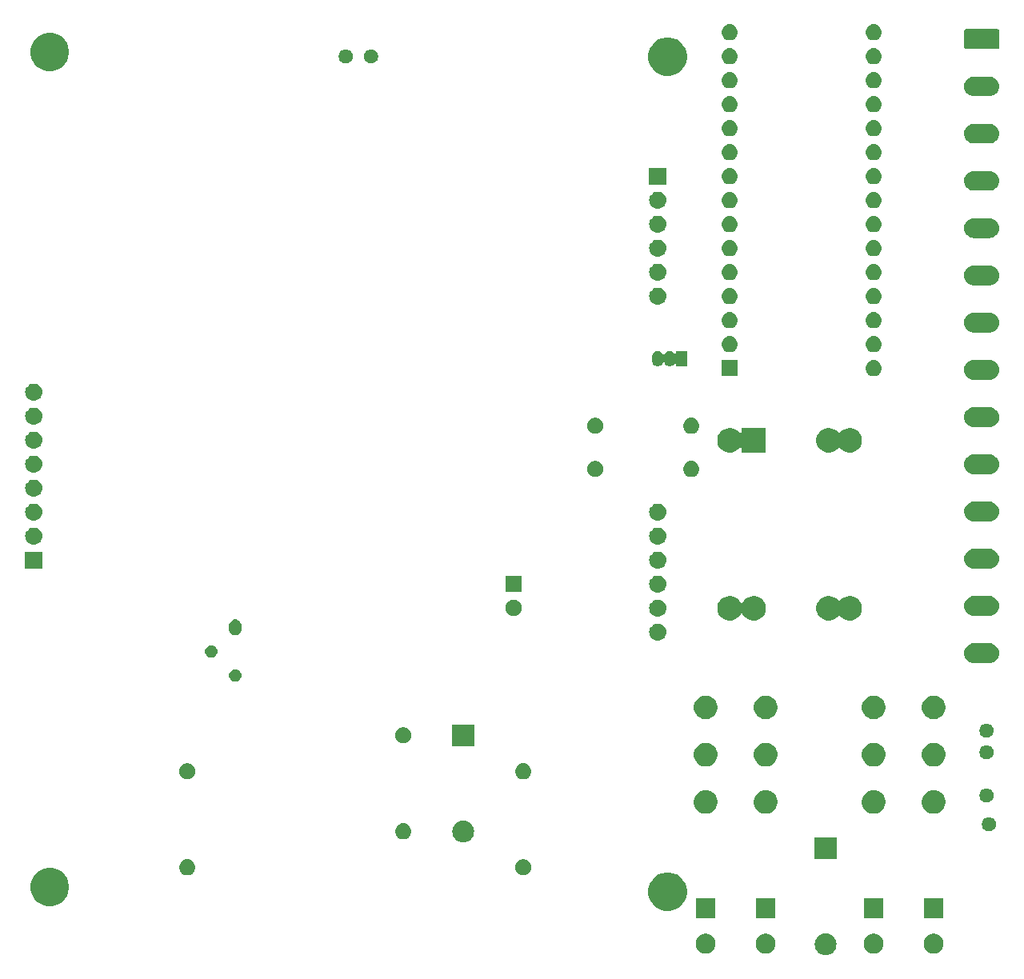
<source format=gbr>
G04 #@! TF.GenerationSoftware,KiCad,Pcbnew,(5.1.0-9-gc61ec8ee3)*
G04 #@! TF.CreationDate,2019-06-18T12:37:55+02:00*
G04 #@! TF.ProjectId,LCD_Back_Neo_Key_RxTx_emergency_stop,4c43445f-4261-4636-9b5f-4e656f5f4b65,rev?*
G04 #@! TF.SameCoordinates,Original*
G04 #@! TF.FileFunction,Soldermask,Top*
G04 #@! TF.FilePolarity,Negative*
%FSLAX46Y46*%
G04 Gerber Fmt 4.6, Leading zero omitted, Abs format (unit mm)*
G04 Created by KiCad (PCBNEW (5.1.0-9-gc61ec8ee3)) date 2019-06-18 12:37:55*
%MOMM*%
%LPD*%
G04 APERTURE LIST*
%ADD10C,0.150000*%
G04 APERTURE END LIST*
D10*
G36*
X190669271Y-130940103D02*
G01*
X190725635Y-130945654D01*
X190942600Y-131011470D01*
X190942602Y-131011471D01*
X191142555Y-131118347D01*
X191317818Y-131262182D01*
X191461653Y-131437445D01*
X191568529Y-131637398D01*
X191634346Y-131854366D01*
X191656569Y-132080000D01*
X191634346Y-132305634D01*
X191568529Y-132522602D01*
X191461653Y-132722555D01*
X191317818Y-132897818D01*
X191142555Y-133041653D01*
X190942602Y-133148529D01*
X190942600Y-133148530D01*
X190725635Y-133214346D01*
X190669271Y-133219897D01*
X190556545Y-133231000D01*
X190443455Y-133231000D01*
X190330729Y-133219897D01*
X190274365Y-133214346D01*
X190057400Y-133148530D01*
X190057398Y-133148529D01*
X189857445Y-133041653D01*
X189682182Y-132897818D01*
X189538347Y-132722555D01*
X189431471Y-132522602D01*
X189365654Y-132305634D01*
X189343431Y-132080000D01*
X189365654Y-131854366D01*
X189431471Y-131637398D01*
X189538347Y-131437445D01*
X189682182Y-131262182D01*
X189857445Y-131118347D01*
X190057398Y-131011471D01*
X190057400Y-131011470D01*
X190274365Y-130945654D01*
X190330729Y-130940103D01*
X190443455Y-130929000D01*
X190556545Y-130929000D01*
X190669271Y-130940103D01*
X190669271Y-130940103D01*
G37*
G36*
X202236564Y-131009389D02*
G01*
X202427833Y-131088615D01*
X202427835Y-131088616D01*
X202472332Y-131118348D01*
X202599973Y-131203635D01*
X202746365Y-131350027D01*
X202861385Y-131522167D01*
X202940611Y-131713436D01*
X202981000Y-131916484D01*
X202981000Y-132123516D01*
X202940611Y-132326564D01*
X202861385Y-132517833D01*
X202861384Y-132517835D01*
X202746365Y-132689973D01*
X202599973Y-132836365D01*
X202427835Y-132951384D01*
X202427834Y-132951385D01*
X202427833Y-132951385D01*
X202236564Y-133030611D01*
X202033516Y-133071000D01*
X201826484Y-133071000D01*
X201623436Y-133030611D01*
X201432167Y-132951385D01*
X201432166Y-132951385D01*
X201432165Y-132951384D01*
X201260027Y-132836365D01*
X201113635Y-132689973D01*
X200998616Y-132517835D01*
X200998615Y-132517833D01*
X200919389Y-132326564D01*
X200879000Y-132123516D01*
X200879000Y-131916484D01*
X200919389Y-131713436D01*
X200998615Y-131522167D01*
X201113635Y-131350027D01*
X201260027Y-131203635D01*
X201387668Y-131118348D01*
X201432165Y-131088616D01*
X201432167Y-131088615D01*
X201623436Y-131009389D01*
X201826484Y-130969000D01*
X202033516Y-130969000D01*
X202236564Y-131009389D01*
X202236564Y-131009389D01*
G37*
G36*
X178106564Y-131009389D02*
G01*
X178297833Y-131088615D01*
X178297835Y-131088616D01*
X178342332Y-131118348D01*
X178469973Y-131203635D01*
X178616365Y-131350027D01*
X178731385Y-131522167D01*
X178810611Y-131713436D01*
X178851000Y-131916484D01*
X178851000Y-132123516D01*
X178810611Y-132326564D01*
X178731385Y-132517833D01*
X178731384Y-132517835D01*
X178616365Y-132689973D01*
X178469973Y-132836365D01*
X178297835Y-132951384D01*
X178297834Y-132951385D01*
X178297833Y-132951385D01*
X178106564Y-133030611D01*
X177903516Y-133071000D01*
X177696484Y-133071000D01*
X177493436Y-133030611D01*
X177302167Y-132951385D01*
X177302166Y-132951385D01*
X177302165Y-132951384D01*
X177130027Y-132836365D01*
X176983635Y-132689973D01*
X176868616Y-132517835D01*
X176868615Y-132517833D01*
X176789389Y-132326564D01*
X176749000Y-132123516D01*
X176749000Y-131916484D01*
X176789389Y-131713436D01*
X176868615Y-131522167D01*
X176983635Y-131350027D01*
X177130027Y-131203635D01*
X177257668Y-131118348D01*
X177302165Y-131088616D01*
X177302167Y-131088615D01*
X177493436Y-131009389D01*
X177696484Y-130969000D01*
X177903516Y-130969000D01*
X178106564Y-131009389D01*
X178106564Y-131009389D01*
G37*
G36*
X184456564Y-131009389D02*
G01*
X184647833Y-131088615D01*
X184647835Y-131088616D01*
X184692332Y-131118348D01*
X184819973Y-131203635D01*
X184966365Y-131350027D01*
X185081385Y-131522167D01*
X185160611Y-131713436D01*
X185201000Y-131916484D01*
X185201000Y-132123516D01*
X185160611Y-132326564D01*
X185081385Y-132517833D01*
X185081384Y-132517835D01*
X184966365Y-132689973D01*
X184819973Y-132836365D01*
X184647835Y-132951384D01*
X184647834Y-132951385D01*
X184647833Y-132951385D01*
X184456564Y-133030611D01*
X184253516Y-133071000D01*
X184046484Y-133071000D01*
X183843436Y-133030611D01*
X183652167Y-132951385D01*
X183652166Y-132951385D01*
X183652165Y-132951384D01*
X183480027Y-132836365D01*
X183333635Y-132689973D01*
X183218616Y-132517835D01*
X183218615Y-132517833D01*
X183139389Y-132326564D01*
X183099000Y-132123516D01*
X183099000Y-131916484D01*
X183139389Y-131713436D01*
X183218615Y-131522167D01*
X183333635Y-131350027D01*
X183480027Y-131203635D01*
X183607668Y-131118348D01*
X183652165Y-131088616D01*
X183652167Y-131088615D01*
X183843436Y-131009389D01*
X184046484Y-130969000D01*
X184253516Y-130969000D01*
X184456564Y-131009389D01*
X184456564Y-131009389D01*
G37*
G36*
X195886564Y-131009389D02*
G01*
X196077833Y-131088615D01*
X196077835Y-131088616D01*
X196122332Y-131118348D01*
X196249973Y-131203635D01*
X196396365Y-131350027D01*
X196511385Y-131522167D01*
X196590611Y-131713436D01*
X196631000Y-131916484D01*
X196631000Y-132123516D01*
X196590611Y-132326564D01*
X196511385Y-132517833D01*
X196511384Y-132517835D01*
X196396365Y-132689973D01*
X196249973Y-132836365D01*
X196077835Y-132951384D01*
X196077834Y-132951385D01*
X196077833Y-132951385D01*
X195886564Y-133030611D01*
X195683516Y-133071000D01*
X195476484Y-133071000D01*
X195273436Y-133030611D01*
X195082167Y-132951385D01*
X195082166Y-132951385D01*
X195082165Y-132951384D01*
X194910027Y-132836365D01*
X194763635Y-132689973D01*
X194648616Y-132517835D01*
X194648615Y-132517833D01*
X194569389Y-132326564D01*
X194529000Y-132123516D01*
X194529000Y-131916484D01*
X194569389Y-131713436D01*
X194648615Y-131522167D01*
X194763635Y-131350027D01*
X194910027Y-131203635D01*
X195037668Y-131118348D01*
X195082165Y-131088616D01*
X195082167Y-131088615D01*
X195273436Y-131009389D01*
X195476484Y-130969000D01*
X195683516Y-130969000D01*
X195886564Y-131009389D01*
X195886564Y-131009389D01*
G37*
G36*
X178851000Y-129321000D02*
G01*
X176749000Y-129321000D01*
X176749000Y-127219000D01*
X178851000Y-127219000D01*
X178851000Y-129321000D01*
X178851000Y-129321000D01*
G37*
G36*
X185201000Y-129321000D02*
G01*
X183099000Y-129321000D01*
X183099000Y-127219000D01*
X185201000Y-127219000D01*
X185201000Y-129321000D01*
X185201000Y-129321000D01*
G37*
G36*
X196631000Y-129321000D02*
G01*
X194529000Y-129321000D01*
X194529000Y-127219000D01*
X196631000Y-127219000D01*
X196631000Y-129321000D01*
X196631000Y-129321000D01*
G37*
G36*
X202981000Y-129321000D02*
G01*
X200879000Y-129321000D01*
X200879000Y-127219000D01*
X202981000Y-127219000D01*
X202981000Y-129321000D01*
X202981000Y-129321000D01*
G37*
G36*
X174357114Y-124568078D02*
G01*
X174730371Y-124722686D01*
X174730373Y-124722687D01*
X175066296Y-124947144D01*
X175351976Y-125232824D01*
X175576434Y-125568749D01*
X175731042Y-125942006D01*
X175809860Y-126338253D01*
X175809860Y-126742267D01*
X175731042Y-127138514D01*
X175576434Y-127511771D01*
X175576433Y-127511773D01*
X175351976Y-127847696D01*
X175066296Y-128133376D01*
X174730373Y-128357833D01*
X174730372Y-128357834D01*
X174730371Y-128357834D01*
X174357114Y-128512442D01*
X173960867Y-128591260D01*
X173556853Y-128591260D01*
X173160606Y-128512442D01*
X172787349Y-128357834D01*
X172787348Y-128357834D01*
X172787347Y-128357833D01*
X172451424Y-128133376D01*
X172165744Y-127847696D01*
X171941287Y-127511773D01*
X171941286Y-127511771D01*
X171786678Y-127138514D01*
X171707860Y-126742267D01*
X171707860Y-126338253D01*
X171786678Y-125942006D01*
X171941286Y-125568749D01*
X172165744Y-125232824D01*
X172451424Y-124947144D01*
X172787347Y-124722687D01*
X172787349Y-124722686D01*
X173160606Y-124568078D01*
X173556853Y-124489260D01*
X173960867Y-124489260D01*
X174357114Y-124568078D01*
X174357114Y-124568078D01*
G37*
G36*
X108977514Y-124062618D02*
G01*
X109350771Y-124217226D01*
X109350773Y-124217227D01*
X109686696Y-124441684D01*
X109972376Y-124727364D01*
X110119229Y-124947144D01*
X110196834Y-125063289D01*
X110351442Y-125436546D01*
X110430260Y-125832793D01*
X110430260Y-126236807D01*
X110351442Y-126633054D01*
X110196834Y-127006311D01*
X110196833Y-127006313D01*
X109972376Y-127342236D01*
X109686696Y-127627916D01*
X109350773Y-127852373D01*
X109350772Y-127852374D01*
X109350771Y-127852374D01*
X108977514Y-128006982D01*
X108581267Y-128085800D01*
X108177253Y-128085800D01*
X107781006Y-128006982D01*
X107407749Y-127852374D01*
X107407748Y-127852374D01*
X107407747Y-127852373D01*
X107071824Y-127627916D01*
X106786144Y-127342236D01*
X106561687Y-127006313D01*
X106561686Y-127006311D01*
X106407078Y-126633054D01*
X106328260Y-126236807D01*
X106328260Y-125832793D01*
X106407078Y-125436546D01*
X106561686Y-125063289D01*
X106639292Y-124947144D01*
X106786144Y-124727364D01*
X107071824Y-124441684D01*
X107407747Y-124217227D01*
X107407749Y-124217226D01*
X107781006Y-124062618D01*
X108177253Y-123983800D01*
X108581267Y-123983800D01*
X108977514Y-124062618D01*
X108977514Y-124062618D01*
G37*
G36*
X158744228Y-123133703D02*
G01*
X158899100Y-123197853D01*
X159038481Y-123290985D01*
X159157015Y-123409519D01*
X159250147Y-123548900D01*
X159314297Y-123703772D01*
X159347000Y-123868184D01*
X159347000Y-124035816D01*
X159314297Y-124200228D01*
X159250147Y-124355100D01*
X159157015Y-124494481D01*
X159038481Y-124613015D01*
X158899100Y-124706147D01*
X158744228Y-124770297D01*
X158579816Y-124803000D01*
X158412184Y-124803000D01*
X158247772Y-124770297D01*
X158092900Y-124706147D01*
X157953519Y-124613015D01*
X157834985Y-124494481D01*
X157741853Y-124355100D01*
X157677703Y-124200228D01*
X157645000Y-124035816D01*
X157645000Y-123868184D01*
X157677703Y-123703772D01*
X157741853Y-123548900D01*
X157834985Y-123409519D01*
X157953519Y-123290985D01*
X158092900Y-123197853D01*
X158247772Y-123133703D01*
X158412184Y-123101000D01*
X158579816Y-123101000D01*
X158744228Y-123133703D01*
X158744228Y-123133703D01*
G37*
G36*
X123102823Y-123113313D02*
G01*
X123263242Y-123161976D01*
X123330361Y-123197852D01*
X123411078Y-123240996D01*
X123540659Y-123347341D01*
X123647004Y-123476922D01*
X123647005Y-123476924D01*
X123726024Y-123624758D01*
X123774687Y-123785177D01*
X123791117Y-123952000D01*
X123774687Y-124118823D01*
X123726024Y-124279242D01*
X123685477Y-124355100D01*
X123647004Y-124427078D01*
X123540659Y-124556659D01*
X123411078Y-124663004D01*
X123411076Y-124663005D01*
X123263242Y-124742024D01*
X123102823Y-124790687D01*
X122977804Y-124803000D01*
X122894196Y-124803000D01*
X122769177Y-124790687D01*
X122608758Y-124742024D01*
X122460924Y-124663005D01*
X122460922Y-124663004D01*
X122331341Y-124556659D01*
X122224996Y-124427078D01*
X122186523Y-124355100D01*
X122145976Y-124279242D01*
X122097313Y-124118823D01*
X122080883Y-123952000D01*
X122097313Y-123785177D01*
X122145976Y-123624758D01*
X122224995Y-123476924D01*
X122224996Y-123476922D01*
X122331341Y-123347341D01*
X122460922Y-123240996D01*
X122541639Y-123197852D01*
X122608758Y-123161976D01*
X122769177Y-123113313D01*
X122894196Y-123101000D01*
X122977804Y-123101000D01*
X123102823Y-123113313D01*
X123102823Y-123113313D01*
G37*
G36*
X191651000Y-123071000D02*
G01*
X189349000Y-123071000D01*
X189349000Y-120769000D01*
X191651000Y-120769000D01*
X191651000Y-123071000D01*
X191651000Y-123071000D01*
G37*
G36*
X152315271Y-119002103D02*
G01*
X152371635Y-119007654D01*
X152588600Y-119073470D01*
X152588602Y-119073471D01*
X152788555Y-119180347D01*
X152963818Y-119324182D01*
X153107653Y-119499445D01*
X153160897Y-119599059D01*
X153214530Y-119699400D01*
X153280346Y-119916365D01*
X153302569Y-120142000D01*
X153280346Y-120367635D01*
X153249524Y-120469242D01*
X153214529Y-120584602D01*
X153107653Y-120784555D01*
X152963818Y-120959818D01*
X152788555Y-121103653D01*
X152588602Y-121210529D01*
X152588600Y-121210530D01*
X152371635Y-121276346D01*
X152315271Y-121281897D01*
X152202545Y-121293000D01*
X152089455Y-121293000D01*
X151976729Y-121281897D01*
X151920365Y-121276346D01*
X151703400Y-121210530D01*
X151703398Y-121210529D01*
X151503445Y-121103653D01*
X151328182Y-120959818D01*
X151184347Y-120784555D01*
X151077471Y-120584602D01*
X151042477Y-120469242D01*
X151011654Y-120367635D01*
X150989431Y-120142000D01*
X151011654Y-119916365D01*
X151077470Y-119699400D01*
X151131103Y-119599059D01*
X151184347Y-119499445D01*
X151328182Y-119324182D01*
X151503445Y-119180347D01*
X151703398Y-119073471D01*
X151703400Y-119073470D01*
X151920365Y-119007654D01*
X151976729Y-119002103D01*
X152089455Y-118991000D01*
X152202545Y-118991000D01*
X152315271Y-119002103D01*
X152315271Y-119002103D01*
G37*
G36*
X145962823Y-119303313D02*
G01*
X146123242Y-119351976D01*
X146255906Y-119422886D01*
X146271078Y-119430996D01*
X146400659Y-119537341D01*
X146507004Y-119666922D01*
X146507005Y-119666924D01*
X146586024Y-119814758D01*
X146634687Y-119975177D01*
X146651117Y-120142000D01*
X146634687Y-120308823D01*
X146586024Y-120469242D01*
X146524364Y-120584600D01*
X146507004Y-120617078D01*
X146400659Y-120746659D01*
X146271078Y-120853004D01*
X146271076Y-120853005D01*
X146123242Y-120932024D01*
X145962823Y-120980687D01*
X145837804Y-120993000D01*
X145754196Y-120993000D01*
X145629177Y-120980687D01*
X145468758Y-120932024D01*
X145320924Y-120853005D01*
X145320922Y-120853004D01*
X145191341Y-120746659D01*
X145084996Y-120617078D01*
X145067636Y-120584600D01*
X145005976Y-120469242D01*
X144957313Y-120308823D01*
X144940883Y-120142000D01*
X144957313Y-119975177D01*
X145005976Y-119814758D01*
X145084995Y-119666924D01*
X145084996Y-119666922D01*
X145191341Y-119537341D01*
X145320922Y-119430996D01*
X145336094Y-119422886D01*
X145468758Y-119351976D01*
X145629177Y-119303313D01*
X145754196Y-119291000D01*
X145837804Y-119291000D01*
X145962823Y-119303313D01*
X145962823Y-119303313D01*
G37*
G36*
X207991059Y-118657860D02*
G01*
X208127732Y-118714472D01*
X208250735Y-118796660D01*
X208355340Y-118901265D01*
X208437528Y-119024268D01*
X208494140Y-119160941D01*
X208523000Y-119306033D01*
X208523000Y-119453967D01*
X208494140Y-119599059D01*
X208437528Y-119735732D01*
X208355340Y-119858735D01*
X208250735Y-119963340D01*
X208127732Y-120045528D01*
X208127731Y-120045529D01*
X208127730Y-120045529D01*
X207991059Y-120102140D01*
X207845968Y-120131000D01*
X207698032Y-120131000D01*
X207552941Y-120102140D01*
X207416270Y-120045529D01*
X207416269Y-120045529D01*
X207416268Y-120045528D01*
X207293265Y-119963340D01*
X207188660Y-119858735D01*
X207106472Y-119735732D01*
X207049860Y-119599059D01*
X207021000Y-119453967D01*
X207021000Y-119306033D01*
X207049860Y-119160941D01*
X207106472Y-119024268D01*
X207188660Y-118901265D01*
X207293265Y-118796660D01*
X207416268Y-118714472D01*
X207552941Y-118657860D01*
X207698032Y-118629000D01*
X207845968Y-118629000D01*
X207991059Y-118657860D01*
X207991059Y-118657860D01*
G37*
G36*
X195944903Y-115817075D02*
G01*
X196032279Y-115853267D01*
X196172571Y-115911378D01*
X196377466Y-116048285D01*
X196551715Y-116222534D01*
X196674281Y-116405967D01*
X196688623Y-116427431D01*
X196782925Y-116655097D01*
X196789417Y-116687732D01*
X196831000Y-116896787D01*
X196831000Y-117143213D01*
X196782925Y-117384903D01*
X196688622Y-117612571D01*
X196551715Y-117817466D01*
X196377466Y-117991715D01*
X196172571Y-118128622D01*
X196172570Y-118128623D01*
X196172569Y-118128623D01*
X195944903Y-118222925D01*
X195703214Y-118271000D01*
X195456786Y-118271000D01*
X195215097Y-118222925D01*
X194987431Y-118128623D01*
X194987430Y-118128623D01*
X194987429Y-118128622D01*
X194782534Y-117991715D01*
X194608285Y-117817466D01*
X194471378Y-117612571D01*
X194377075Y-117384903D01*
X194329000Y-117143213D01*
X194329000Y-116896787D01*
X194370584Y-116687732D01*
X194377075Y-116655097D01*
X194471377Y-116427431D01*
X194485719Y-116405967D01*
X194608285Y-116222534D01*
X194782534Y-116048285D01*
X194987429Y-115911378D01*
X195127722Y-115853267D01*
X195215097Y-115817075D01*
X195456786Y-115769000D01*
X195703214Y-115769000D01*
X195944903Y-115817075D01*
X195944903Y-115817075D01*
G37*
G36*
X202294903Y-115817075D02*
G01*
X202382279Y-115853267D01*
X202522571Y-115911378D01*
X202727466Y-116048285D01*
X202901715Y-116222534D01*
X203024281Y-116405967D01*
X203038623Y-116427431D01*
X203132925Y-116655097D01*
X203139417Y-116687732D01*
X203181000Y-116896787D01*
X203181000Y-117143213D01*
X203132925Y-117384903D01*
X203038622Y-117612571D01*
X202901715Y-117817466D01*
X202727466Y-117991715D01*
X202522571Y-118128622D01*
X202522570Y-118128623D01*
X202522569Y-118128623D01*
X202294903Y-118222925D01*
X202053214Y-118271000D01*
X201806786Y-118271000D01*
X201565097Y-118222925D01*
X201337431Y-118128623D01*
X201337430Y-118128623D01*
X201337429Y-118128622D01*
X201132534Y-117991715D01*
X200958285Y-117817466D01*
X200821378Y-117612571D01*
X200727075Y-117384903D01*
X200679000Y-117143213D01*
X200679000Y-116896787D01*
X200720584Y-116687732D01*
X200727075Y-116655097D01*
X200821377Y-116427431D01*
X200835719Y-116405967D01*
X200958285Y-116222534D01*
X201132534Y-116048285D01*
X201337429Y-115911378D01*
X201477722Y-115853267D01*
X201565097Y-115817075D01*
X201806786Y-115769000D01*
X202053214Y-115769000D01*
X202294903Y-115817075D01*
X202294903Y-115817075D01*
G37*
G36*
X178164903Y-115817075D02*
G01*
X178252279Y-115853267D01*
X178392571Y-115911378D01*
X178597466Y-116048285D01*
X178771715Y-116222534D01*
X178894281Y-116405967D01*
X178908623Y-116427431D01*
X179002925Y-116655097D01*
X179009417Y-116687732D01*
X179051000Y-116896787D01*
X179051000Y-117143213D01*
X179002925Y-117384903D01*
X178908622Y-117612571D01*
X178771715Y-117817466D01*
X178597466Y-117991715D01*
X178392571Y-118128622D01*
X178392570Y-118128623D01*
X178392569Y-118128623D01*
X178164903Y-118222925D01*
X177923214Y-118271000D01*
X177676786Y-118271000D01*
X177435097Y-118222925D01*
X177207431Y-118128623D01*
X177207430Y-118128623D01*
X177207429Y-118128622D01*
X177002534Y-117991715D01*
X176828285Y-117817466D01*
X176691378Y-117612571D01*
X176597075Y-117384903D01*
X176549000Y-117143213D01*
X176549000Y-116896787D01*
X176590584Y-116687732D01*
X176597075Y-116655097D01*
X176691377Y-116427431D01*
X176705719Y-116405967D01*
X176828285Y-116222534D01*
X177002534Y-116048285D01*
X177207429Y-115911378D01*
X177347722Y-115853267D01*
X177435097Y-115817075D01*
X177676786Y-115769000D01*
X177923214Y-115769000D01*
X178164903Y-115817075D01*
X178164903Y-115817075D01*
G37*
G36*
X184514903Y-115817075D02*
G01*
X184602279Y-115853267D01*
X184742571Y-115911378D01*
X184947466Y-116048285D01*
X185121715Y-116222534D01*
X185244281Y-116405967D01*
X185258623Y-116427431D01*
X185352925Y-116655097D01*
X185359417Y-116687732D01*
X185401000Y-116896787D01*
X185401000Y-117143213D01*
X185352925Y-117384903D01*
X185258622Y-117612571D01*
X185121715Y-117817466D01*
X184947466Y-117991715D01*
X184742571Y-118128622D01*
X184742570Y-118128623D01*
X184742569Y-118128623D01*
X184514903Y-118222925D01*
X184273214Y-118271000D01*
X184026786Y-118271000D01*
X183785097Y-118222925D01*
X183557431Y-118128623D01*
X183557430Y-118128623D01*
X183557429Y-118128622D01*
X183352534Y-117991715D01*
X183178285Y-117817466D01*
X183041378Y-117612571D01*
X182947075Y-117384903D01*
X182899000Y-117143213D01*
X182899000Y-116896787D01*
X182940584Y-116687732D01*
X182947075Y-116655097D01*
X183041377Y-116427431D01*
X183055719Y-116405967D01*
X183178285Y-116222534D01*
X183352534Y-116048285D01*
X183557429Y-115911378D01*
X183697722Y-115853267D01*
X183785097Y-115817075D01*
X184026786Y-115769000D01*
X184273214Y-115769000D01*
X184514903Y-115817075D01*
X184514903Y-115817075D01*
G37*
G36*
X207737059Y-115609860D02*
G01*
X207873732Y-115666472D01*
X207996735Y-115748660D01*
X208101340Y-115853265D01*
X208101341Y-115853267D01*
X208183529Y-115976270D01*
X208240140Y-116112941D01*
X208261940Y-116222536D01*
X208269000Y-116258033D01*
X208269000Y-116405967D01*
X208240140Y-116551059D01*
X208183528Y-116687732D01*
X208101340Y-116810735D01*
X207996735Y-116915340D01*
X207873732Y-116997528D01*
X207873731Y-116997529D01*
X207873730Y-116997529D01*
X207737059Y-117054140D01*
X207591968Y-117083000D01*
X207444032Y-117083000D01*
X207298941Y-117054140D01*
X207162270Y-116997529D01*
X207162269Y-116997529D01*
X207162268Y-116997528D01*
X207039265Y-116915340D01*
X206934660Y-116810735D01*
X206852472Y-116687732D01*
X206795860Y-116551059D01*
X206767000Y-116405967D01*
X206767000Y-116258033D01*
X206774061Y-116222536D01*
X206795860Y-116112941D01*
X206852471Y-115976270D01*
X206934659Y-115853267D01*
X206934660Y-115853265D01*
X207039265Y-115748660D01*
X207162268Y-115666472D01*
X207298941Y-115609860D01*
X207444032Y-115581000D01*
X207591968Y-115581000D01*
X207737059Y-115609860D01*
X207737059Y-115609860D01*
G37*
G36*
X123184228Y-112973703D02*
G01*
X123339100Y-113037853D01*
X123478481Y-113130985D01*
X123597015Y-113249519D01*
X123690147Y-113388900D01*
X123754297Y-113543772D01*
X123787000Y-113708184D01*
X123787000Y-113875816D01*
X123754297Y-114040228D01*
X123690147Y-114195100D01*
X123597015Y-114334481D01*
X123478481Y-114453015D01*
X123339100Y-114546147D01*
X123184228Y-114610297D01*
X123019816Y-114643000D01*
X122852184Y-114643000D01*
X122687772Y-114610297D01*
X122532900Y-114546147D01*
X122393519Y-114453015D01*
X122274985Y-114334481D01*
X122181853Y-114195100D01*
X122117703Y-114040228D01*
X122085000Y-113875816D01*
X122085000Y-113708184D01*
X122117703Y-113543772D01*
X122181853Y-113388900D01*
X122274985Y-113249519D01*
X122393519Y-113130985D01*
X122532900Y-113037853D01*
X122687772Y-112973703D01*
X122852184Y-112941000D01*
X123019816Y-112941000D01*
X123184228Y-112973703D01*
X123184228Y-112973703D01*
G37*
G36*
X158662823Y-112953313D02*
G01*
X158823242Y-113001976D01*
X158890361Y-113037852D01*
X158971078Y-113080996D01*
X159100659Y-113187341D01*
X159207004Y-113316922D01*
X159207005Y-113316924D01*
X159286024Y-113464758D01*
X159334687Y-113625177D01*
X159351117Y-113792000D01*
X159334687Y-113958823D01*
X159286024Y-114119242D01*
X159245477Y-114195100D01*
X159207004Y-114267078D01*
X159100659Y-114396659D01*
X158971078Y-114503004D01*
X158971076Y-114503005D01*
X158823242Y-114582024D01*
X158662823Y-114630687D01*
X158537804Y-114643000D01*
X158454196Y-114643000D01*
X158329177Y-114630687D01*
X158168758Y-114582024D01*
X158020924Y-114503005D01*
X158020922Y-114503004D01*
X157891341Y-114396659D01*
X157784996Y-114267078D01*
X157746523Y-114195100D01*
X157705976Y-114119242D01*
X157657313Y-113958823D01*
X157640883Y-113792000D01*
X157657313Y-113625177D01*
X157705976Y-113464758D01*
X157784995Y-113316924D01*
X157784996Y-113316922D01*
X157891341Y-113187341D01*
X158020922Y-113080996D01*
X158101639Y-113037852D01*
X158168758Y-113001976D01*
X158329177Y-112953313D01*
X158454196Y-112941000D01*
X158537804Y-112941000D01*
X158662823Y-112953313D01*
X158662823Y-112953313D01*
G37*
G36*
X184430544Y-110800295D02*
G01*
X184514903Y-110817075D01*
X184742571Y-110911378D01*
X184947466Y-111048285D01*
X185121715Y-111222534D01*
X185258622Y-111427429D01*
X185258623Y-111427431D01*
X185352925Y-111655097D01*
X185388505Y-111833967D01*
X185401000Y-111896787D01*
X185401000Y-112143213D01*
X185352925Y-112384903D01*
X185258622Y-112612571D01*
X185121715Y-112817466D01*
X184947466Y-112991715D01*
X184742571Y-113128622D01*
X184742570Y-113128623D01*
X184742569Y-113128623D01*
X184514903Y-113222925D01*
X184273214Y-113271000D01*
X184026786Y-113271000D01*
X183785097Y-113222925D01*
X183557431Y-113128623D01*
X183557430Y-113128623D01*
X183557429Y-113128622D01*
X183352534Y-112991715D01*
X183178285Y-112817466D01*
X183041378Y-112612571D01*
X182947075Y-112384903D01*
X182899000Y-112143213D01*
X182899000Y-111896787D01*
X182911496Y-111833967D01*
X182947075Y-111655097D01*
X183041377Y-111427431D01*
X183041378Y-111427429D01*
X183178285Y-111222534D01*
X183352534Y-111048285D01*
X183557429Y-110911378D01*
X183785097Y-110817075D01*
X183869456Y-110800295D01*
X184026786Y-110769000D01*
X184273214Y-110769000D01*
X184430544Y-110800295D01*
X184430544Y-110800295D01*
G37*
G36*
X195860544Y-110800295D02*
G01*
X195944903Y-110817075D01*
X196172571Y-110911378D01*
X196377466Y-111048285D01*
X196551715Y-111222534D01*
X196688622Y-111427429D01*
X196688623Y-111427431D01*
X196782925Y-111655097D01*
X196818505Y-111833967D01*
X196831000Y-111896787D01*
X196831000Y-112143213D01*
X196782925Y-112384903D01*
X196688622Y-112612571D01*
X196551715Y-112817466D01*
X196377466Y-112991715D01*
X196172571Y-113128622D01*
X196172570Y-113128623D01*
X196172569Y-113128623D01*
X195944903Y-113222925D01*
X195703214Y-113271000D01*
X195456786Y-113271000D01*
X195215097Y-113222925D01*
X194987431Y-113128623D01*
X194987430Y-113128623D01*
X194987429Y-113128622D01*
X194782534Y-112991715D01*
X194608285Y-112817466D01*
X194471378Y-112612571D01*
X194377075Y-112384903D01*
X194329000Y-112143213D01*
X194329000Y-111896787D01*
X194341496Y-111833967D01*
X194377075Y-111655097D01*
X194471377Y-111427431D01*
X194471378Y-111427429D01*
X194608285Y-111222534D01*
X194782534Y-111048285D01*
X194987429Y-110911378D01*
X195215097Y-110817075D01*
X195299456Y-110800295D01*
X195456786Y-110769000D01*
X195703214Y-110769000D01*
X195860544Y-110800295D01*
X195860544Y-110800295D01*
G37*
G36*
X202210544Y-110800295D02*
G01*
X202294903Y-110817075D01*
X202522571Y-110911378D01*
X202727466Y-111048285D01*
X202901715Y-111222534D01*
X203038622Y-111427429D01*
X203038623Y-111427431D01*
X203132925Y-111655097D01*
X203168505Y-111833967D01*
X203181000Y-111896787D01*
X203181000Y-112143213D01*
X203132925Y-112384903D01*
X203038622Y-112612571D01*
X202901715Y-112817466D01*
X202727466Y-112991715D01*
X202522571Y-113128622D01*
X202522570Y-113128623D01*
X202522569Y-113128623D01*
X202294903Y-113222925D01*
X202053214Y-113271000D01*
X201806786Y-113271000D01*
X201565097Y-113222925D01*
X201337431Y-113128623D01*
X201337430Y-113128623D01*
X201337429Y-113128622D01*
X201132534Y-112991715D01*
X200958285Y-112817466D01*
X200821378Y-112612571D01*
X200727075Y-112384903D01*
X200679000Y-112143213D01*
X200679000Y-111896787D01*
X200691496Y-111833967D01*
X200727075Y-111655097D01*
X200821377Y-111427431D01*
X200821378Y-111427429D01*
X200958285Y-111222534D01*
X201132534Y-111048285D01*
X201337429Y-110911378D01*
X201565097Y-110817075D01*
X201649456Y-110800295D01*
X201806786Y-110769000D01*
X202053214Y-110769000D01*
X202210544Y-110800295D01*
X202210544Y-110800295D01*
G37*
G36*
X178080544Y-110800295D02*
G01*
X178164903Y-110817075D01*
X178392571Y-110911378D01*
X178597466Y-111048285D01*
X178771715Y-111222534D01*
X178908622Y-111427429D01*
X178908623Y-111427431D01*
X179002925Y-111655097D01*
X179038505Y-111833967D01*
X179051000Y-111896787D01*
X179051000Y-112143213D01*
X179002925Y-112384903D01*
X178908622Y-112612571D01*
X178771715Y-112817466D01*
X178597466Y-112991715D01*
X178392571Y-113128622D01*
X178392570Y-113128623D01*
X178392569Y-113128623D01*
X178164903Y-113222925D01*
X177923214Y-113271000D01*
X177676786Y-113271000D01*
X177435097Y-113222925D01*
X177207431Y-113128623D01*
X177207430Y-113128623D01*
X177207429Y-113128622D01*
X177002534Y-112991715D01*
X176828285Y-112817466D01*
X176691378Y-112612571D01*
X176597075Y-112384903D01*
X176549000Y-112143213D01*
X176549000Y-111896787D01*
X176561496Y-111833967D01*
X176597075Y-111655097D01*
X176691377Y-111427431D01*
X176691378Y-111427429D01*
X176828285Y-111222534D01*
X177002534Y-111048285D01*
X177207429Y-110911378D01*
X177435097Y-110817075D01*
X177519456Y-110800295D01*
X177676786Y-110769000D01*
X177923214Y-110769000D01*
X178080544Y-110800295D01*
X178080544Y-110800295D01*
G37*
G36*
X207737059Y-111037860D02*
G01*
X207873732Y-111094472D01*
X207996735Y-111176660D01*
X208101340Y-111281265D01*
X208101341Y-111281267D01*
X208183529Y-111404270D01*
X208240140Y-111540941D01*
X208269000Y-111686033D01*
X208269000Y-111833967D01*
X208240140Y-111979059D01*
X208183528Y-112115732D01*
X208101340Y-112238735D01*
X207996735Y-112343340D01*
X207873732Y-112425528D01*
X207873731Y-112425529D01*
X207873730Y-112425529D01*
X207737059Y-112482140D01*
X207591968Y-112511000D01*
X207444032Y-112511000D01*
X207298941Y-112482140D01*
X207162270Y-112425529D01*
X207162269Y-112425529D01*
X207162268Y-112425528D01*
X207039265Y-112343340D01*
X206934660Y-112238735D01*
X206852472Y-112115732D01*
X206795860Y-111979059D01*
X206767000Y-111833967D01*
X206767000Y-111686033D01*
X206795860Y-111540941D01*
X206852471Y-111404270D01*
X206934659Y-111281267D01*
X206934660Y-111281265D01*
X207039265Y-111176660D01*
X207162268Y-111094472D01*
X207298941Y-111037860D01*
X207444032Y-111009000D01*
X207591968Y-111009000D01*
X207737059Y-111037860D01*
X207737059Y-111037860D01*
G37*
G36*
X153297000Y-111133000D02*
G01*
X150995000Y-111133000D01*
X150995000Y-108831000D01*
X153297000Y-108831000D01*
X153297000Y-111133000D01*
X153297000Y-111133000D01*
G37*
G36*
X146044228Y-109163703D02*
G01*
X146199100Y-109227853D01*
X146338481Y-109320985D01*
X146457015Y-109439519D01*
X146550147Y-109578900D01*
X146614297Y-109733772D01*
X146647000Y-109898184D01*
X146647000Y-110065816D01*
X146614297Y-110230228D01*
X146550147Y-110385100D01*
X146457015Y-110524481D01*
X146338481Y-110643015D01*
X146199100Y-110736147D01*
X146044228Y-110800297D01*
X145879816Y-110833000D01*
X145712184Y-110833000D01*
X145547772Y-110800297D01*
X145392900Y-110736147D01*
X145253519Y-110643015D01*
X145134985Y-110524481D01*
X145041853Y-110385100D01*
X144977703Y-110230228D01*
X144945000Y-110065816D01*
X144945000Y-109898184D01*
X144977703Y-109733772D01*
X145041853Y-109578900D01*
X145134985Y-109439519D01*
X145253519Y-109320985D01*
X145392900Y-109227853D01*
X145547772Y-109163703D01*
X145712184Y-109131000D01*
X145879816Y-109131000D01*
X146044228Y-109163703D01*
X146044228Y-109163703D01*
G37*
G36*
X207737059Y-108751860D02*
G01*
X207873732Y-108808472D01*
X207996735Y-108890660D01*
X208101340Y-108995265D01*
X208101341Y-108995267D01*
X208183529Y-109118270D01*
X208240140Y-109254941D01*
X208269000Y-109400032D01*
X208269000Y-109547968D01*
X208240140Y-109693059D01*
X208223277Y-109733771D01*
X208183528Y-109829732D01*
X208101340Y-109952735D01*
X207996735Y-110057340D01*
X207873732Y-110139528D01*
X207873731Y-110139529D01*
X207873730Y-110139529D01*
X207737059Y-110196140D01*
X207591968Y-110225000D01*
X207444032Y-110225000D01*
X207298941Y-110196140D01*
X207162270Y-110139529D01*
X207162269Y-110139529D01*
X207162268Y-110139528D01*
X207039265Y-110057340D01*
X206934660Y-109952735D01*
X206852472Y-109829732D01*
X206812724Y-109733771D01*
X206795860Y-109693059D01*
X206767000Y-109547968D01*
X206767000Y-109400032D01*
X206795860Y-109254941D01*
X206852471Y-109118270D01*
X206934659Y-108995267D01*
X206934660Y-108995265D01*
X207039265Y-108890660D01*
X207162268Y-108808472D01*
X207298941Y-108751860D01*
X207444032Y-108723000D01*
X207591968Y-108723000D01*
X207737059Y-108751860D01*
X207737059Y-108751860D01*
G37*
G36*
X178164903Y-105817075D02*
G01*
X178392571Y-105911378D01*
X178597466Y-106048285D01*
X178771715Y-106222534D01*
X178908622Y-106427429D01*
X179002925Y-106655097D01*
X179051000Y-106896787D01*
X179051000Y-107143213D01*
X179002925Y-107384903D01*
X178908622Y-107612571D01*
X178771715Y-107817466D01*
X178597466Y-107991715D01*
X178392571Y-108128622D01*
X178392570Y-108128623D01*
X178392569Y-108128623D01*
X178164903Y-108222925D01*
X177923214Y-108271000D01*
X177676786Y-108271000D01*
X177435097Y-108222925D01*
X177207431Y-108128623D01*
X177207430Y-108128623D01*
X177207429Y-108128622D01*
X177002534Y-107991715D01*
X176828285Y-107817466D01*
X176691378Y-107612571D01*
X176597075Y-107384903D01*
X176549000Y-107143213D01*
X176549000Y-106896787D01*
X176597075Y-106655097D01*
X176691378Y-106427429D01*
X176828285Y-106222534D01*
X177002534Y-106048285D01*
X177207429Y-105911378D01*
X177435097Y-105817075D01*
X177676786Y-105769000D01*
X177923214Y-105769000D01*
X178164903Y-105817075D01*
X178164903Y-105817075D01*
G37*
G36*
X195944903Y-105817075D02*
G01*
X196172571Y-105911378D01*
X196377466Y-106048285D01*
X196551715Y-106222534D01*
X196688622Y-106427429D01*
X196782925Y-106655097D01*
X196831000Y-106896787D01*
X196831000Y-107143213D01*
X196782925Y-107384903D01*
X196688622Y-107612571D01*
X196551715Y-107817466D01*
X196377466Y-107991715D01*
X196172571Y-108128622D01*
X196172570Y-108128623D01*
X196172569Y-108128623D01*
X195944903Y-108222925D01*
X195703214Y-108271000D01*
X195456786Y-108271000D01*
X195215097Y-108222925D01*
X194987431Y-108128623D01*
X194987430Y-108128623D01*
X194987429Y-108128622D01*
X194782534Y-107991715D01*
X194608285Y-107817466D01*
X194471378Y-107612571D01*
X194377075Y-107384903D01*
X194329000Y-107143213D01*
X194329000Y-106896787D01*
X194377075Y-106655097D01*
X194471378Y-106427429D01*
X194608285Y-106222534D01*
X194782534Y-106048285D01*
X194987429Y-105911378D01*
X195215097Y-105817075D01*
X195456786Y-105769000D01*
X195703214Y-105769000D01*
X195944903Y-105817075D01*
X195944903Y-105817075D01*
G37*
G36*
X184514903Y-105817075D02*
G01*
X184742571Y-105911378D01*
X184947466Y-106048285D01*
X185121715Y-106222534D01*
X185258622Y-106427429D01*
X185352925Y-106655097D01*
X185401000Y-106896787D01*
X185401000Y-107143213D01*
X185352925Y-107384903D01*
X185258622Y-107612571D01*
X185121715Y-107817466D01*
X184947466Y-107991715D01*
X184742571Y-108128622D01*
X184742570Y-108128623D01*
X184742569Y-108128623D01*
X184514903Y-108222925D01*
X184273214Y-108271000D01*
X184026786Y-108271000D01*
X183785097Y-108222925D01*
X183557431Y-108128623D01*
X183557430Y-108128623D01*
X183557429Y-108128622D01*
X183352534Y-107991715D01*
X183178285Y-107817466D01*
X183041378Y-107612571D01*
X182947075Y-107384903D01*
X182899000Y-107143213D01*
X182899000Y-106896787D01*
X182947075Y-106655097D01*
X183041378Y-106427429D01*
X183178285Y-106222534D01*
X183352534Y-106048285D01*
X183557429Y-105911378D01*
X183785097Y-105817075D01*
X184026786Y-105769000D01*
X184273214Y-105769000D01*
X184514903Y-105817075D01*
X184514903Y-105817075D01*
G37*
G36*
X202294903Y-105817075D02*
G01*
X202522571Y-105911378D01*
X202727466Y-106048285D01*
X202901715Y-106222534D01*
X203038622Y-106427429D01*
X203132925Y-106655097D01*
X203181000Y-106896787D01*
X203181000Y-107143213D01*
X203132925Y-107384903D01*
X203038622Y-107612571D01*
X202901715Y-107817466D01*
X202727466Y-107991715D01*
X202522571Y-108128622D01*
X202522570Y-108128623D01*
X202522569Y-108128623D01*
X202294903Y-108222925D01*
X202053214Y-108271000D01*
X201806786Y-108271000D01*
X201565097Y-108222925D01*
X201337431Y-108128623D01*
X201337430Y-108128623D01*
X201337429Y-108128622D01*
X201132534Y-107991715D01*
X200958285Y-107817466D01*
X200821378Y-107612571D01*
X200727075Y-107384903D01*
X200679000Y-107143213D01*
X200679000Y-106896787D01*
X200727075Y-106655097D01*
X200821378Y-106427429D01*
X200958285Y-106222534D01*
X201132534Y-106048285D01*
X201337429Y-105911378D01*
X201565097Y-105817075D01*
X201806786Y-105769000D01*
X202053214Y-105769000D01*
X202294903Y-105817075D01*
X202294903Y-105817075D01*
G37*
G36*
X128079855Y-102984140D02*
G01*
X128143618Y-102990420D01*
X128234404Y-103017960D01*
X128266336Y-103027646D01*
X128379425Y-103088094D01*
X128478554Y-103169446D01*
X128559906Y-103268575D01*
X128620354Y-103381664D01*
X128620355Y-103381668D01*
X128657580Y-103504382D01*
X128670149Y-103632000D01*
X128657580Y-103759618D01*
X128630040Y-103850404D01*
X128620354Y-103882336D01*
X128559906Y-103995425D01*
X128478554Y-104094554D01*
X128379425Y-104175906D01*
X128266336Y-104236354D01*
X128234404Y-104246040D01*
X128143618Y-104273580D01*
X128079855Y-104279860D01*
X128047974Y-104283000D01*
X127984026Y-104283000D01*
X127952145Y-104279860D01*
X127888382Y-104273580D01*
X127797596Y-104246040D01*
X127765664Y-104236354D01*
X127652575Y-104175906D01*
X127553446Y-104094554D01*
X127472094Y-103995425D01*
X127411646Y-103882336D01*
X127401960Y-103850404D01*
X127374420Y-103759618D01*
X127361851Y-103632000D01*
X127374420Y-103504382D01*
X127411645Y-103381668D01*
X127411646Y-103381664D01*
X127472094Y-103268575D01*
X127553446Y-103169446D01*
X127652575Y-103088094D01*
X127765664Y-103027646D01*
X127797596Y-103017960D01*
X127888382Y-102990420D01*
X127952145Y-102984140D01*
X127984026Y-102981000D01*
X128047974Y-102981000D01*
X128079855Y-102984140D01*
X128079855Y-102984140D01*
G37*
G36*
X207913097Y-100234069D02*
G01*
X208016032Y-100244207D01*
X208214146Y-100304305D01*
X208214149Y-100304306D01*
X208310975Y-100356061D01*
X208396729Y-100401897D01*
X208556765Y-100533235D01*
X208688103Y-100693271D01*
X208706973Y-100728575D01*
X208785694Y-100875851D01*
X208785695Y-100875854D01*
X208845793Y-101073968D01*
X208866085Y-101280000D01*
X208845793Y-101486032D01*
X208785695Y-101684146D01*
X208785694Y-101684149D01*
X208759272Y-101733580D01*
X208688103Y-101866729D01*
X208556765Y-102026765D01*
X208396729Y-102158103D01*
X208310975Y-102203939D01*
X208214149Y-102255694D01*
X208214146Y-102255695D01*
X208016032Y-102315793D01*
X207913097Y-102325931D01*
X207861631Y-102331000D01*
X206158369Y-102331000D01*
X206106903Y-102325931D01*
X206003968Y-102315793D01*
X205805854Y-102255695D01*
X205805851Y-102255694D01*
X205709025Y-102203939D01*
X205623271Y-102158103D01*
X205463235Y-102026765D01*
X205331897Y-101866729D01*
X205260728Y-101733580D01*
X205234306Y-101684149D01*
X205234305Y-101684146D01*
X205174207Y-101486032D01*
X205153915Y-101280000D01*
X205174207Y-101073968D01*
X205234305Y-100875854D01*
X205234306Y-100875851D01*
X205313027Y-100728575D01*
X205331897Y-100693271D01*
X205463235Y-100533235D01*
X205623271Y-100401897D01*
X205709025Y-100356061D01*
X205805851Y-100304306D01*
X205805854Y-100304305D01*
X206003968Y-100244207D01*
X206106903Y-100234069D01*
X206158369Y-100229000D01*
X207861631Y-100229000D01*
X207913097Y-100234069D01*
X207913097Y-100234069D01*
G37*
G36*
X125539855Y-100444140D02*
G01*
X125603618Y-100450420D01*
X125694404Y-100477960D01*
X125726336Y-100487646D01*
X125839425Y-100548094D01*
X125938554Y-100629446D01*
X126019906Y-100728575D01*
X126080354Y-100841664D01*
X126080355Y-100841668D01*
X126117580Y-100964382D01*
X126130149Y-101092000D01*
X126117580Y-101219618D01*
X126099263Y-101280000D01*
X126080354Y-101342336D01*
X126019906Y-101455425D01*
X125938554Y-101554554D01*
X125839425Y-101635906D01*
X125726336Y-101696354D01*
X125694404Y-101706040D01*
X125603618Y-101733580D01*
X125539855Y-101739860D01*
X125507974Y-101743000D01*
X125444026Y-101743000D01*
X125412145Y-101739860D01*
X125348382Y-101733580D01*
X125257596Y-101706040D01*
X125225664Y-101696354D01*
X125112575Y-101635906D01*
X125013446Y-101554554D01*
X124932094Y-101455425D01*
X124871646Y-101342336D01*
X124852737Y-101280000D01*
X124834420Y-101219618D01*
X124821851Y-101092000D01*
X124834420Y-100964382D01*
X124871645Y-100841668D01*
X124871646Y-100841664D01*
X124932094Y-100728575D01*
X125013446Y-100629446D01*
X125112575Y-100548094D01*
X125225664Y-100487646D01*
X125257596Y-100477960D01*
X125348382Y-100450420D01*
X125412145Y-100444140D01*
X125444026Y-100441000D01*
X125507974Y-100441000D01*
X125539855Y-100444140D01*
X125539855Y-100444140D01*
G37*
G36*
X172830443Y-98165519D02*
G01*
X172896627Y-98172037D01*
X173066466Y-98223557D01*
X173066468Y-98223558D01*
X173068013Y-98224384D01*
X173222991Y-98307222D01*
X173238595Y-98320028D01*
X173360186Y-98419814D01*
X173443448Y-98521271D01*
X173472778Y-98557009D01*
X173556443Y-98713534D01*
X173607963Y-98883373D01*
X173625359Y-99060000D01*
X173607963Y-99236627D01*
X173556443Y-99406466D01*
X173472778Y-99562991D01*
X173443448Y-99598729D01*
X173360186Y-99700186D01*
X173258729Y-99783448D01*
X173222991Y-99812778D01*
X173066466Y-99896443D01*
X172896627Y-99947963D01*
X172830443Y-99954481D01*
X172764260Y-99961000D01*
X172675740Y-99961000D01*
X172609557Y-99954481D01*
X172543373Y-99947963D01*
X172373534Y-99896443D01*
X172217009Y-99812778D01*
X172181271Y-99783448D01*
X172079814Y-99700186D01*
X171996552Y-99598729D01*
X171967222Y-99562991D01*
X171883557Y-99406466D01*
X171832037Y-99236627D01*
X171814641Y-99060000D01*
X171832037Y-98883373D01*
X171883557Y-98713534D01*
X171967222Y-98557009D01*
X171996552Y-98521271D01*
X172079814Y-98419814D01*
X172201405Y-98320028D01*
X172217009Y-98307222D01*
X172371987Y-98224384D01*
X172373532Y-98223558D01*
X172373534Y-98223557D01*
X172543373Y-98172037D01*
X172609557Y-98165519D01*
X172675740Y-98159000D01*
X172764260Y-98159000D01*
X172830443Y-98165519D01*
X172830443Y-98165519D01*
G37*
G36*
X128143618Y-97710420D02*
G01*
X128234404Y-97737960D01*
X128266336Y-97747646D01*
X128379425Y-97808094D01*
X128478554Y-97889446D01*
X128559906Y-97988575D01*
X128620354Y-98101664D01*
X128620355Y-98101668D01*
X128657580Y-98224382D01*
X128667000Y-98320028D01*
X128667000Y-98783973D01*
X128657580Y-98879618D01*
X128656440Y-98883375D01*
X128620354Y-99002336D01*
X128559906Y-99115425D01*
X128478554Y-99214553D01*
X128379424Y-99295906D01*
X128266335Y-99356354D01*
X128234403Y-99366040D01*
X128143617Y-99393580D01*
X128016000Y-99406149D01*
X127888382Y-99393580D01*
X127797596Y-99366040D01*
X127765664Y-99356354D01*
X127652575Y-99295906D01*
X127553447Y-99214554D01*
X127472094Y-99115424D01*
X127411646Y-99002335D01*
X127401960Y-98970403D01*
X127374420Y-98879617D01*
X127365000Y-98783972D01*
X127365000Y-98320027D01*
X127374420Y-98224382D01*
X127411645Y-98101668D01*
X127411646Y-98101664D01*
X127472094Y-97988575D01*
X127553447Y-97889447D01*
X127652576Y-97808094D01*
X127765665Y-97747646D01*
X127797597Y-97737960D01*
X127888383Y-97710420D01*
X128016000Y-97697851D01*
X128143618Y-97710420D01*
X128143618Y-97710420D01*
G37*
G36*
X191199487Y-95268996D02*
G01*
X191436253Y-95367068D01*
X191436255Y-95367069D01*
X191649339Y-95509447D01*
X191836263Y-95696371D01*
X191841612Y-95702889D01*
X191860554Y-95718434D01*
X191882165Y-95729985D01*
X191905614Y-95737098D01*
X191930000Y-95739500D01*
X191954386Y-95737098D01*
X191977835Y-95729985D01*
X191999446Y-95718434D01*
X192018388Y-95702889D01*
X192023737Y-95696371D01*
X192210661Y-95509447D01*
X192423745Y-95367069D01*
X192423747Y-95367068D01*
X192660513Y-95268996D01*
X192911861Y-95219000D01*
X193168139Y-95219000D01*
X193419487Y-95268996D01*
X193656253Y-95367068D01*
X193656255Y-95367069D01*
X193869339Y-95509447D01*
X194050553Y-95690661D01*
X194176942Y-95879815D01*
X194192932Y-95903747D01*
X194291004Y-96140513D01*
X194341000Y-96391861D01*
X194341000Y-96648139D01*
X194291004Y-96899487D01*
X194203467Y-97110819D01*
X194192931Y-97136255D01*
X194050553Y-97349339D01*
X193869339Y-97530553D01*
X193656255Y-97672931D01*
X193656254Y-97672932D01*
X193656253Y-97672932D01*
X193419487Y-97771004D01*
X193168139Y-97821000D01*
X192911861Y-97821000D01*
X192660513Y-97771004D01*
X192423747Y-97672932D01*
X192423746Y-97672932D01*
X192423745Y-97672931D01*
X192210661Y-97530553D01*
X192023737Y-97343629D01*
X192018388Y-97337111D01*
X191999446Y-97321566D01*
X191977835Y-97310015D01*
X191954386Y-97302902D01*
X191930000Y-97300500D01*
X191905614Y-97302902D01*
X191882165Y-97310015D01*
X191860554Y-97321566D01*
X191841612Y-97337111D01*
X191836263Y-97343629D01*
X191649339Y-97530553D01*
X191436255Y-97672931D01*
X191436254Y-97672932D01*
X191436253Y-97672932D01*
X191199487Y-97771004D01*
X190948139Y-97821000D01*
X190691861Y-97821000D01*
X190440513Y-97771004D01*
X190203747Y-97672932D01*
X190203746Y-97672932D01*
X190203745Y-97672931D01*
X189990661Y-97530553D01*
X189809447Y-97349339D01*
X189667069Y-97136255D01*
X189656533Y-97110819D01*
X189568996Y-96899487D01*
X189519000Y-96648139D01*
X189519000Y-96391861D01*
X189568996Y-96140513D01*
X189667068Y-95903747D01*
X189683059Y-95879815D01*
X189809447Y-95690661D01*
X189990661Y-95509447D01*
X190203745Y-95367069D01*
X190203747Y-95367068D01*
X190440513Y-95268996D01*
X190691861Y-95219000D01*
X190948139Y-95219000D01*
X191199487Y-95268996D01*
X191199487Y-95268996D01*
G37*
G36*
X180719487Y-95268996D02*
G01*
X180956253Y-95367068D01*
X180956255Y-95367069D01*
X181169339Y-95509447D01*
X181350553Y-95690661D01*
X181492932Y-95903746D01*
X181494516Y-95907571D01*
X181506067Y-95929181D01*
X181521612Y-95948123D01*
X181540554Y-95963669D01*
X181562165Y-95975220D01*
X181585614Y-95982333D01*
X181610000Y-95984735D01*
X181634386Y-95982333D01*
X181657835Y-95975220D01*
X181679445Y-95963669D01*
X181698387Y-95948124D01*
X181713933Y-95929182D01*
X181725484Y-95907571D01*
X181727068Y-95903746D01*
X181869447Y-95690661D01*
X182050661Y-95509447D01*
X182263745Y-95367069D01*
X182263747Y-95367068D01*
X182500513Y-95268996D01*
X182751861Y-95219000D01*
X183008139Y-95219000D01*
X183259487Y-95268996D01*
X183496253Y-95367068D01*
X183496255Y-95367069D01*
X183709339Y-95509447D01*
X183890553Y-95690661D01*
X184016942Y-95879815D01*
X184032932Y-95903747D01*
X184131004Y-96140513D01*
X184181000Y-96391861D01*
X184181000Y-96648139D01*
X184131004Y-96899487D01*
X184043467Y-97110819D01*
X184032931Y-97136255D01*
X183890553Y-97349339D01*
X183709339Y-97530553D01*
X183496255Y-97672931D01*
X183496254Y-97672932D01*
X183496253Y-97672932D01*
X183259487Y-97771004D01*
X183008139Y-97821000D01*
X182751861Y-97821000D01*
X182500513Y-97771004D01*
X182263747Y-97672932D01*
X182263746Y-97672932D01*
X182263745Y-97672931D01*
X182050661Y-97530553D01*
X181869447Y-97349339D01*
X181835342Y-97298297D01*
X181727068Y-97136254D01*
X181725484Y-97132429D01*
X181713933Y-97110819D01*
X181698388Y-97091877D01*
X181679446Y-97076331D01*
X181657835Y-97064780D01*
X181634386Y-97057667D01*
X181610000Y-97055265D01*
X181585614Y-97057667D01*
X181562165Y-97064780D01*
X181540555Y-97076331D01*
X181521613Y-97091876D01*
X181506067Y-97110818D01*
X181494516Y-97132429D01*
X181492932Y-97136254D01*
X181384658Y-97298297D01*
X181350553Y-97349339D01*
X181169339Y-97530553D01*
X180956255Y-97672931D01*
X180956254Y-97672932D01*
X180956253Y-97672932D01*
X180719487Y-97771004D01*
X180468139Y-97821000D01*
X180211861Y-97821000D01*
X179960513Y-97771004D01*
X179723747Y-97672932D01*
X179723746Y-97672932D01*
X179723745Y-97672931D01*
X179510661Y-97530553D01*
X179329447Y-97349339D01*
X179187069Y-97136255D01*
X179176533Y-97110819D01*
X179088996Y-96899487D01*
X179039000Y-96648139D01*
X179039000Y-96391861D01*
X179088996Y-96140513D01*
X179187068Y-95903747D01*
X179203059Y-95879815D01*
X179329447Y-95690661D01*
X179510661Y-95509447D01*
X179723745Y-95367069D01*
X179723747Y-95367068D01*
X179960513Y-95268996D01*
X180211861Y-95219000D01*
X180468139Y-95219000D01*
X180719487Y-95268996D01*
X180719487Y-95268996D01*
G37*
G36*
X172830442Y-95625518D02*
G01*
X172896627Y-95632037D01*
X173066466Y-95683557D01*
X173066468Y-95683558D01*
X173084641Y-95693272D01*
X173222991Y-95767222D01*
X173258729Y-95796552D01*
X173360186Y-95879814D01*
X173443448Y-95981271D01*
X173472778Y-96017009D01*
X173556443Y-96173534D01*
X173607963Y-96343373D01*
X173625359Y-96520000D01*
X173607963Y-96696627D01*
X173556443Y-96866466D01*
X173556442Y-96866468D01*
X173547552Y-96883100D01*
X173472778Y-97022991D01*
X173446291Y-97055265D01*
X173360186Y-97160186D01*
X173258729Y-97243448D01*
X173222991Y-97272778D01*
X173066466Y-97356443D01*
X172896627Y-97407963D01*
X172830442Y-97414482D01*
X172764260Y-97421000D01*
X172675740Y-97421000D01*
X172609558Y-97414482D01*
X172543373Y-97407963D01*
X172373534Y-97356443D01*
X172217009Y-97272778D01*
X172181271Y-97243448D01*
X172079814Y-97160186D01*
X171993709Y-97055265D01*
X171967222Y-97022991D01*
X171892448Y-96883100D01*
X171883558Y-96866468D01*
X171883557Y-96866466D01*
X171832037Y-96696627D01*
X171814641Y-96520000D01*
X171832037Y-96343373D01*
X171883557Y-96173534D01*
X171967222Y-96017009D01*
X171996552Y-95981271D01*
X172079814Y-95879814D01*
X172181271Y-95796552D01*
X172217009Y-95767222D01*
X172355359Y-95693272D01*
X172373532Y-95683558D01*
X172373534Y-95683557D01*
X172543373Y-95632037D01*
X172609558Y-95625518D01*
X172675740Y-95619000D01*
X172764260Y-95619000D01*
X172830442Y-95625518D01*
X172830442Y-95625518D01*
G37*
G36*
X207913097Y-95234069D02*
G01*
X208016032Y-95244207D01*
X208214146Y-95304305D01*
X208214149Y-95304306D01*
X208310975Y-95356061D01*
X208396729Y-95401897D01*
X208556765Y-95533235D01*
X208688103Y-95693271D01*
X208705518Y-95725853D01*
X208785694Y-95875851D01*
X208785695Y-95875854D01*
X208845793Y-96073968D01*
X208866085Y-96280000D01*
X208845793Y-96486032D01*
X208822197Y-96563815D01*
X208785694Y-96684149D01*
X208733939Y-96780975D01*
X208688103Y-96866729D01*
X208556765Y-97026765D01*
X208396729Y-97158103D01*
X208310975Y-97203939D01*
X208214149Y-97255694D01*
X208214146Y-97255695D01*
X208016032Y-97315793D01*
X207913097Y-97325931D01*
X207861631Y-97331000D01*
X206158369Y-97331000D01*
X206106903Y-97325931D01*
X206003968Y-97315793D01*
X205805854Y-97255695D01*
X205805851Y-97255694D01*
X205709025Y-97203939D01*
X205623271Y-97158103D01*
X205463235Y-97026765D01*
X205331897Y-96866729D01*
X205286061Y-96780975D01*
X205234306Y-96684149D01*
X205197803Y-96563815D01*
X205174207Y-96486032D01*
X205153915Y-96280000D01*
X205174207Y-96073968D01*
X205234305Y-95875854D01*
X205234306Y-95875851D01*
X205314482Y-95725853D01*
X205331897Y-95693271D01*
X205463235Y-95533235D01*
X205623271Y-95401897D01*
X205709025Y-95356061D01*
X205805851Y-95304306D01*
X205805854Y-95304305D01*
X206003968Y-95244207D01*
X206106903Y-95234069D01*
X206158369Y-95229000D01*
X207861631Y-95229000D01*
X207913097Y-95234069D01*
X207913097Y-95234069D01*
G37*
G36*
X157728228Y-95661703D02*
G01*
X157883100Y-95725853D01*
X158022481Y-95818985D01*
X158141015Y-95937519D01*
X158234147Y-96076900D01*
X158298297Y-96231772D01*
X158331000Y-96396184D01*
X158331000Y-96563816D01*
X158298297Y-96728228D01*
X158234147Y-96883100D01*
X158141015Y-97022481D01*
X158022481Y-97141015D01*
X157883100Y-97234147D01*
X157728228Y-97298297D01*
X157563816Y-97331000D01*
X157396184Y-97331000D01*
X157231772Y-97298297D01*
X157076900Y-97234147D01*
X156937519Y-97141015D01*
X156818985Y-97022481D01*
X156725853Y-96883100D01*
X156661703Y-96728228D01*
X156629000Y-96563816D01*
X156629000Y-96396184D01*
X156661703Y-96231772D01*
X156725853Y-96076900D01*
X156818985Y-95937519D01*
X156937519Y-95818985D01*
X157076900Y-95725853D01*
X157231772Y-95661703D01*
X157396184Y-95629000D01*
X157563816Y-95629000D01*
X157728228Y-95661703D01*
X157728228Y-95661703D01*
G37*
G36*
X172830443Y-93085519D02*
G01*
X172896627Y-93092037D01*
X173066466Y-93143557D01*
X173222991Y-93227222D01*
X173258729Y-93256552D01*
X173360186Y-93339814D01*
X173443448Y-93441271D01*
X173472778Y-93477009D01*
X173556443Y-93633534D01*
X173607963Y-93803373D01*
X173625359Y-93980000D01*
X173607963Y-94156627D01*
X173556443Y-94326466D01*
X173472778Y-94482991D01*
X173443448Y-94518729D01*
X173360186Y-94620186D01*
X173258729Y-94703448D01*
X173222991Y-94732778D01*
X173066466Y-94816443D01*
X172896627Y-94867963D01*
X172830443Y-94874481D01*
X172764260Y-94881000D01*
X172675740Y-94881000D01*
X172609557Y-94874481D01*
X172543373Y-94867963D01*
X172373534Y-94816443D01*
X172217009Y-94732778D01*
X172181271Y-94703448D01*
X172079814Y-94620186D01*
X171996552Y-94518729D01*
X171967222Y-94482991D01*
X171883557Y-94326466D01*
X171832037Y-94156627D01*
X171814641Y-93980000D01*
X171832037Y-93803373D01*
X171883557Y-93633534D01*
X171967222Y-93477009D01*
X171996552Y-93441271D01*
X172079814Y-93339814D01*
X172181271Y-93256552D01*
X172217009Y-93227222D01*
X172373534Y-93143557D01*
X172543373Y-93092037D01*
X172609557Y-93085519D01*
X172675740Y-93079000D01*
X172764260Y-93079000D01*
X172830443Y-93085519D01*
X172830443Y-93085519D01*
G37*
G36*
X158331000Y-94831000D02*
G01*
X156629000Y-94831000D01*
X156629000Y-93129000D01*
X158331000Y-93129000D01*
X158331000Y-94831000D01*
X158331000Y-94831000D01*
G37*
G36*
X172830443Y-90545519D02*
G01*
X172896627Y-90552037D01*
X173066466Y-90603557D01*
X173222991Y-90687222D01*
X173258729Y-90716552D01*
X173360186Y-90799814D01*
X173422587Y-90875851D01*
X173472778Y-90937009D01*
X173556443Y-91093534D01*
X173607963Y-91263373D01*
X173625359Y-91440000D01*
X173607963Y-91616627D01*
X173556443Y-91786466D01*
X173472778Y-91942991D01*
X173443448Y-91978729D01*
X173360186Y-92080186D01*
X173265242Y-92158103D01*
X173222991Y-92192778D01*
X173222989Y-92192779D01*
X173105283Y-92255695D01*
X173066466Y-92276443D01*
X172896627Y-92327963D01*
X172830443Y-92334481D01*
X172764260Y-92341000D01*
X172675740Y-92341000D01*
X172609557Y-92334481D01*
X172543373Y-92327963D01*
X172373534Y-92276443D01*
X172334718Y-92255695D01*
X172217011Y-92192779D01*
X172217009Y-92192778D01*
X172174758Y-92158103D01*
X172079814Y-92080186D01*
X171996552Y-91978729D01*
X171967222Y-91942991D01*
X171883557Y-91786466D01*
X171832037Y-91616627D01*
X171814641Y-91440000D01*
X171832037Y-91263373D01*
X171883557Y-91093534D01*
X171967222Y-90937009D01*
X172017413Y-90875851D01*
X172079814Y-90799814D01*
X172181271Y-90716552D01*
X172217009Y-90687222D01*
X172373534Y-90603557D01*
X172543373Y-90552037D01*
X172609558Y-90545518D01*
X172675740Y-90539000D01*
X172764260Y-90539000D01*
X172830443Y-90545519D01*
X172830443Y-90545519D01*
G37*
G36*
X107581000Y-92341000D02*
G01*
X105779000Y-92341000D01*
X105779000Y-90539000D01*
X107581000Y-90539000D01*
X107581000Y-92341000D01*
X107581000Y-92341000D01*
G37*
G36*
X207913097Y-90234069D02*
G01*
X208016032Y-90244207D01*
X208214146Y-90304305D01*
X208214149Y-90304306D01*
X208310975Y-90356061D01*
X208396729Y-90401897D01*
X208556765Y-90533235D01*
X208688103Y-90693271D01*
X208733939Y-90779025D01*
X208785694Y-90875851D01*
X208785695Y-90875854D01*
X208845793Y-91073968D01*
X208866085Y-91280000D01*
X208845793Y-91486032D01*
X208806177Y-91616627D01*
X208785694Y-91684149D01*
X208733939Y-91780975D01*
X208688103Y-91866729D01*
X208556765Y-92026765D01*
X208396729Y-92158103D01*
X208331856Y-92192778D01*
X208214149Y-92255694D01*
X208214146Y-92255695D01*
X208016032Y-92315793D01*
X207913097Y-92325931D01*
X207861631Y-92331000D01*
X206158369Y-92331000D01*
X206106903Y-92325931D01*
X206003968Y-92315793D01*
X205805854Y-92255695D01*
X205805851Y-92255694D01*
X205688144Y-92192778D01*
X205623271Y-92158103D01*
X205463235Y-92026765D01*
X205331897Y-91866729D01*
X205286061Y-91780975D01*
X205234306Y-91684149D01*
X205213823Y-91616627D01*
X205174207Y-91486032D01*
X205153915Y-91280000D01*
X205174207Y-91073968D01*
X205234305Y-90875854D01*
X205234306Y-90875851D01*
X205286061Y-90779025D01*
X205331897Y-90693271D01*
X205463235Y-90533235D01*
X205623271Y-90401897D01*
X205709025Y-90356061D01*
X205805851Y-90304306D01*
X205805854Y-90304305D01*
X206003968Y-90244207D01*
X206106903Y-90234069D01*
X206158369Y-90229000D01*
X207861631Y-90229000D01*
X207913097Y-90234069D01*
X207913097Y-90234069D01*
G37*
G36*
X172830443Y-88005519D02*
G01*
X172896627Y-88012037D01*
X173066466Y-88063557D01*
X173222991Y-88147222D01*
X173258729Y-88176552D01*
X173360186Y-88259814D01*
X173443448Y-88361271D01*
X173472778Y-88397009D01*
X173556443Y-88553534D01*
X173607963Y-88723373D01*
X173625359Y-88900000D01*
X173607963Y-89076627D01*
X173556443Y-89246466D01*
X173472778Y-89402991D01*
X173443448Y-89438729D01*
X173360186Y-89540186D01*
X173258729Y-89623448D01*
X173222991Y-89652778D01*
X173066466Y-89736443D01*
X172896627Y-89787963D01*
X172830443Y-89794481D01*
X172764260Y-89801000D01*
X172675740Y-89801000D01*
X172609557Y-89794481D01*
X172543373Y-89787963D01*
X172373534Y-89736443D01*
X172217009Y-89652778D01*
X172181271Y-89623448D01*
X172079814Y-89540186D01*
X171996552Y-89438729D01*
X171967222Y-89402991D01*
X171883557Y-89246466D01*
X171832037Y-89076627D01*
X171814641Y-88900000D01*
X171832037Y-88723373D01*
X171883557Y-88553534D01*
X171967222Y-88397009D01*
X171996552Y-88361271D01*
X172079814Y-88259814D01*
X172181271Y-88176552D01*
X172217009Y-88147222D01*
X172373534Y-88063557D01*
X172543373Y-88012037D01*
X172609557Y-88005519D01*
X172675740Y-87999000D01*
X172764260Y-87999000D01*
X172830443Y-88005519D01*
X172830443Y-88005519D01*
G37*
G36*
X106790443Y-88005519D02*
G01*
X106856627Y-88012037D01*
X107026466Y-88063557D01*
X107182991Y-88147222D01*
X107218729Y-88176552D01*
X107320186Y-88259814D01*
X107403448Y-88361271D01*
X107432778Y-88397009D01*
X107516443Y-88553534D01*
X107567963Y-88723373D01*
X107585359Y-88900000D01*
X107567963Y-89076627D01*
X107516443Y-89246466D01*
X107432778Y-89402991D01*
X107403448Y-89438729D01*
X107320186Y-89540186D01*
X107218729Y-89623448D01*
X107182991Y-89652778D01*
X107026466Y-89736443D01*
X106856627Y-89787963D01*
X106790443Y-89794481D01*
X106724260Y-89801000D01*
X106635740Y-89801000D01*
X106569557Y-89794481D01*
X106503373Y-89787963D01*
X106333534Y-89736443D01*
X106177009Y-89652778D01*
X106141271Y-89623448D01*
X106039814Y-89540186D01*
X105956552Y-89438729D01*
X105927222Y-89402991D01*
X105843557Y-89246466D01*
X105792037Y-89076627D01*
X105774641Y-88900000D01*
X105792037Y-88723373D01*
X105843557Y-88553534D01*
X105927222Y-88397009D01*
X105956552Y-88361271D01*
X106039814Y-88259814D01*
X106141271Y-88176552D01*
X106177009Y-88147222D01*
X106333534Y-88063557D01*
X106503373Y-88012037D01*
X106569557Y-88005519D01*
X106635740Y-87999000D01*
X106724260Y-87999000D01*
X106790443Y-88005519D01*
X106790443Y-88005519D01*
G37*
G36*
X207913097Y-85234069D02*
G01*
X208016032Y-85244207D01*
X208214146Y-85304305D01*
X208214149Y-85304306D01*
X208310975Y-85356061D01*
X208396729Y-85401897D01*
X208556765Y-85533235D01*
X208688103Y-85693271D01*
X208702290Y-85719814D01*
X208785694Y-85875851D01*
X208785695Y-85875854D01*
X208845793Y-86073968D01*
X208866085Y-86280000D01*
X208845793Y-86486032D01*
X208830445Y-86536627D01*
X208785694Y-86684149D01*
X208773765Y-86706466D01*
X208688103Y-86866729D01*
X208556765Y-87026765D01*
X208396729Y-87158103D01*
X208325001Y-87196442D01*
X208214149Y-87255694D01*
X208214146Y-87255695D01*
X208016032Y-87315793D01*
X207913097Y-87325931D01*
X207861631Y-87331000D01*
X206158369Y-87331000D01*
X206106903Y-87325931D01*
X206003968Y-87315793D01*
X205805854Y-87255695D01*
X205805851Y-87255694D01*
X205694999Y-87196442D01*
X205623271Y-87158103D01*
X205463235Y-87026765D01*
X205331897Y-86866729D01*
X205246235Y-86706466D01*
X205234306Y-86684149D01*
X205189555Y-86536627D01*
X205174207Y-86486032D01*
X205153915Y-86280000D01*
X205174207Y-86073968D01*
X205234305Y-85875854D01*
X205234306Y-85875851D01*
X205317710Y-85719814D01*
X205331897Y-85693271D01*
X205463235Y-85533235D01*
X205623271Y-85401897D01*
X205709025Y-85356061D01*
X205805851Y-85304306D01*
X205805854Y-85304305D01*
X206003968Y-85244207D01*
X206106903Y-85234069D01*
X206158369Y-85229000D01*
X207861631Y-85229000D01*
X207913097Y-85234069D01*
X207913097Y-85234069D01*
G37*
G36*
X106790442Y-85465518D02*
G01*
X106856627Y-85472037D01*
X107026466Y-85523557D01*
X107182991Y-85607222D01*
X107218729Y-85636552D01*
X107320186Y-85719814D01*
X107403448Y-85821271D01*
X107432778Y-85857009D01*
X107516443Y-86013534D01*
X107567963Y-86183373D01*
X107585359Y-86360000D01*
X107567963Y-86536627D01*
X107516443Y-86706466D01*
X107432778Y-86862991D01*
X107429711Y-86866728D01*
X107320186Y-87000186D01*
X107218729Y-87083448D01*
X107182991Y-87112778D01*
X107026466Y-87196443D01*
X106856627Y-87247963D01*
X106790442Y-87254482D01*
X106724260Y-87261000D01*
X106635740Y-87261000D01*
X106569558Y-87254482D01*
X106503373Y-87247963D01*
X106333534Y-87196443D01*
X106177009Y-87112778D01*
X106141271Y-87083448D01*
X106039814Y-87000186D01*
X105930289Y-86866728D01*
X105927222Y-86862991D01*
X105843557Y-86706466D01*
X105792037Y-86536627D01*
X105774641Y-86360000D01*
X105792037Y-86183373D01*
X105843557Y-86013534D01*
X105927222Y-85857009D01*
X105956552Y-85821271D01*
X106039814Y-85719814D01*
X106141271Y-85636552D01*
X106177009Y-85607222D01*
X106333534Y-85523557D01*
X106503373Y-85472037D01*
X106569558Y-85465518D01*
X106635740Y-85459000D01*
X106724260Y-85459000D01*
X106790442Y-85465518D01*
X106790442Y-85465518D01*
G37*
G36*
X172830442Y-85465518D02*
G01*
X172896627Y-85472037D01*
X173066466Y-85523557D01*
X173222991Y-85607222D01*
X173258729Y-85636552D01*
X173360186Y-85719814D01*
X173443448Y-85821271D01*
X173472778Y-85857009D01*
X173556443Y-86013534D01*
X173607963Y-86183373D01*
X173625359Y-86360000D01*
X173607963Y-86536627D01*
X173556443Y-86706466D01*
X173472778Y-86862991D01*
X173469711Y-86866728D01*
X173360186Y-87000186D01*
X173258729Y-87083448D01*
X173222991Y-87112778D01*
X173066466Y-87196443D01*
X172896627Y-87247963D01*
X172830442Y-87254482D01*
X172764260Y-87261000D01*
X172675740Y-87261000D01*
X172609558Y-87254482D01*
X172543373Y-87247963D01*
X172373534Y-87196443D01*
X172217009Y-87112778D01*
X172181271Y-87083448D01*
X172079814Y-87000186D01*
X171970289Y-86866728D01*
X171967222Y-86862991D01*
X171883557Y-86706466D01*
X171832037Y-86536627D01*
X171814641Y-86360000D01*
X171832037Y-86183373D01*
X171883557Y-86013534D01*
X171967222Y-85857009D01*
X171996552Y-85821271D01*
X172079814Y-85719814D01*
X172181271Y-85636552D01*
X172217009Y-85607222D01*
X172373534Y-85523557D01*
X172543373Y-85472037D01*
X172609558Y-85465518D01*
X172675740Y-85459000D01*
X172764260Y-85459000D01*
X172830442Y-85465518D01*
X172830442Y-85465518D01*
G37*
G36*
X106790443Y-82925519D02*
G01*
X106856627Y-82932037D01*
X107026466Y-82983557D01*
X107182991Y-83067222D01*
X107218729Y-83096552D01*
X107320186Y-83179814D01*
X107403448Y-83281271D01*
X107432778Y-83317009D01*
X107516443Y-83473534D01*
X107567963Y-83643373D01*
X107585359Y-83820000D01*
X107567963Y-83996627D01*
X107516443Y-84166466D01*
X107432778Y-84322991D01*
X107403448Y-84358729D01*
X107320186Y-84460186D01*
X107218729Y-84543448D01*
X107182991Y-84572778D01*
X107026466Y-84656443D01*
X106856627Y-84707963D01*
X106790443Y-84714481D01*
X106724260Y-84721000D01*
X106635740Y-84721000D01*
X106569557Y-84714481D01*
X106503373Y-84707963D01*
X106333534Y-84656443D01*
X106177009Y-84572778D01*
X106141271Y-84543448D01*
X106039814Y-84460186D01*
X105956552Y-84358729D01*
X105927222Y-84322991D01*
X105843557Y-84166466D01*
X105792037Y-83996627D01*
X105774641Y-83820000D01*
X105792037Y-83643373D01*
X105843557Y-83473534D01*
X105927222Y-83317009D01*
X105956552Y-83281271D01*
X106039814Y-83179814D01*
X106141271Y-83096552D01*
X106177009Y-83067222D01*
X106333534Y-82983557D01*
X106503373Y-82932037D01*
X106569557Y-82925519D01*
X106635740Y-82919000D01*
X106724260Y-82919000D01*
X106790443Y-82925519D01*
X106790443Y-82925519D01*
G37*
G36*
X176442823Y-80949313D02*
G01*
X176603242Y-80997976D01*
X176670361Y-81033852D01*
X176751078Y-81076996D01*
X176880659Y-81183341D01*
X176987004Y-81312922D01*
X176987005Y-81312924D01*
X177066024Y-81460758D01*
X177114687Y-81621177D01*
X177131117Y-81788000D01*
X177114687Y-81954823D01*
X177066024Y-82115242D01*
X177025477Y-82191100D01*
X176987004Y-82263078D01*
X176880659Y-82392659D01*
X176751078Y-82499004D01*
X176751076Y-82499005D01*
X176603242Y-82578024D01*
X176442823Y-82626687D01*
X176317804Y-82639000D01*
X176234196Y-82639000D01*
X176109177Y-82626687D01*
X175948758Y-82578024D01*
X175800924Y-82499005D01*
X175800922Y-82499004D01*
X175671341Y-82392659D01*
X175564996Y-82263078D01*
X175526523Y-82191100D01*
X175485976Y-82115242D01*
X175437313Y-81954823D01*
X175420883Y-81788000D01*
X175437313Y-81621177D01*
X175485976Y-81460758D01*
X175564995Y-81312924D01*
X175564996Y-81312922D01*
X175671341Y-81183341D01*
X175800922Y-81076996D01*
X175881639Y-81033852D01*
X175948758Y-80997976D01*
X176109177Y-80949313D01*
X176234196Y-80937000D01*
X176317804Y-80937000D01*
X176442823Y-80949313D01*
X176442823Y-80949313D01*
G37*
G36*
X166364228Y-80969703D02*
G01*
X166519100Y-81033853D01*
X166658481Y-81126985D01*
X166777015Y-81245519D01*
X166870147Y-81384900D01*
X166934297Y-81539772D01*
X166967000Y-81704184D01*
X166967000Y-81871816D01*
X166934297Y-82036228D01*
X166870147Y-82191100D01*
X166777015Y-82330481D01*
X166658481Y-82449015D01*
X166519100Y-82542147D01*
X166364228Y-82606297D01*
X166199816Y-82639000D01*
X166032184Y-82639000D01*
X165867772Y-82606297D01*
X165712900Y-82542147D01*
X165573519Y-82449015D01*
X165454985Y-82330481D01*
X165361853Y-82191100D01*
X165297703Y-82036228D01*
X165265000Y-81871816D01*
X165265000Y-81704184D01*
X165297703Y-81539772D01*
X165361853Y-81384900D01*
X165454985Y-81245519D01*
X165573519Y-81126985D01*
X165712900Y-81033853D01*
X165867772Y-80969703D01*
X166032184Y-80937000D01*
X166199816Y-80937000D01*
X166364228Y-80969703D01*
X166364228Y-80969703D01*
G37*
G36*
X207913097Y-80234069D02*
G01*
X208016032Y-80244207D01*
X208214146Y-80304305D01*
X208214149Y-80304306D01*
X208310975Y-80356061D01*
X208396729Y-80401897D01*
X208556765Y-80533235D01*
X208688103Y-80693271D01*
X208732862Y-80777009D01*
X208785694Y-80875851D01*
X208785695Y-80875854D01*
X208845793Y-81073968D01*
X208866085Y-81280000D01*
X208845793Y-81486032D01*
X208785695Y-81684146D01*
X208785694Y-81684149D01*
X208774985Y-81704184D01*
X208688103Y-81866729D01*
X208556765Y-82026765D01*
X208396729Y-82158103D01*
X208310975Y-82203939D01*
X208214149Y-82255694D01*
X208214146Y-82255695D01*
X208016032Y-82315793D01*
X207913097Y-82325931D01*
X207861631Y-82331000D01*
X206158369Y-82331000D01*
X206106903Y-82325931D01*
X206003968Y-82315793D01*
X205805854Y-82255695D01*
X205805851Y-82255694D01*
X205709025Y-82203939D01*
X205623271Y-82158103D01*
X205463235Y-82026765D01*
X205331897Y-81866729D01*
X205245015Y-81704184D01*
X205234306Y-81684149D01*
X205234305Y-81684146D01*
X205174207Y-81486032D01*
X205153915Y-81280000D01*
X205174207Y-81073968D01*
X205234305Y-80875854D01*
X205234306Y-80875851D01*
X205287138Y-80777009D01*
X205331897Y-80693271D01*
X205463235Y-80533235D01*
X205623271Y-80401897D01*
X205709025Y-80356061D01*
X205805851Y-80304306D01*
X205805854Y-80304305D01*
X206003968Y-80244207D01*
X206106903Y-80234069D01*
X206158369Y-80229000D01*
X207861631Y-80229000D01*
X207913097Y-80234069D01*
X207913097Y-80234069D01*
G37*
G36*
X106790442Y-80385518D02*
G01*
X106856627Y-80392037D01*
X107026466Y-80443557D01*
X107182991Y-80527222D01*
X107218729Y-80556552D01*
X107320186Y-80639814D01*
X107403448Y-80741271D01*
X107432778Y-80777009D01*
X107516443Y-80933534D01*
X107567963Y-81103373D01*
X107585359Y-81280000D01*
X107567963Y-81456627D01*
X107516443Y-81626466D01*
X107432778Y-81782991D01*
X107428667Y-81788000D01*
X107320186Y-81920186D01*
X107218729Y-82003448D01*
X107182991Y-82032778D01*
X107026466Y-82116443D01*
X106856627Y-82167963D01*
X106790443Y-82174481D01*
X106724260Y-82181000D01*
X106635740Y-82181000D01*
X106569557Y-82174481D01*
X106503373Y-82167963D01*
X106333534Y-82116443D01*
X106177009Y-82032778D01*
X106141271Y-82003448D01*
X106039814Y-81920186D01*
X105931333Y-81788000D01*
X105927222Y-81782991D01*
X105843557Y-81626466D01*
X105792037Y-81456627D01*
X105774641Y-81280000D01*
X105792037Y-81103373D01*
X105843557Y-80933534D01*
X105927222Y-80777009D01*
X105956552Y-80741271D01*
X106039814Y-80639814D01*
X106141271Y-80556552D01*
X106177009Y-80527222D01*
X106333534Y-80443557D01*
X106503373Y-80392037D01*
X106569558Y-80385518D01*
X106635740Y-80379000D01*
X106724260Y-80379000D01*
X106790442Y-80385518D01*
X106790442Y-80385518D01*
G37*
G36*
X180719487Y-77488996D02*
G01*
X180956253Y-77587068D01*
X180956255Y-77587069D01*
X181111913Y-77691076D01*
X181169339Y-77729447D01*
X181351175Y-77911283D01*
X181365613Y-77928876D01*
X181384555Y-77944422D01*
X181406166Y-77955973D01*
X181429614Y-77963086D01*
X181454001Y-77965488D01*
X181478387Y-77963086D01*
X181501836Y-77955973D01*
X181523446Y-77944422D01*
X181542388Y-77928877D01*
X181557934Y-77909935D01*
X181569485Y-77888324D01*
X181576598Y-77864876D01*
X181579000Y-77840489D01*
X181579000Y-77439000D01*
X184181000Y-77439000D01*
X184181000Y-80041000D01*
X181579000Y-80041000D01*
X181579000Y-79639511D01*
X181576598Y-79615125D01*
X181569485Y-79591676D01*
X181557934Y-79570065D01*
X181542389Y-79551123D01*
X181523447Y-79535578D01*
X181501836Y-79524027D01*
X181478387Y-79516914D01*
X181454001Y-79514512D01*
X181429615Y-79516914D01*
X181406166Y-79524027D01*
X181384555Y-79535578D01*
X181365613Y-79551123D01*
X181351175Y-79568717D01*
X181169339Y-79750553D01*
X180956255Y-79892931D01*
X180956254Y-79892932D01*
X180956253Y-79892932D01*
X180719487Y-79991004D01*
X180468139Y-80041000D01*
X180211861Y-80041000D01*
X179960513Y-79991004D01*
X179723747Y-79892932D01*
X179723746Y-79892932D01*
X179723745Y-79892931D01*
X179510661Y-79750553D01*
X179329447Y-79569339D01*
X179187069Y-79356255D01*
X179187068Y-79356253D01*
X179088996Y-79119487D01*
X179039000Y-78868139D01*
X179039000Y-78611861D01*
X179088996Y-78360513D01*
X179187068Y-78123747D01*
X179203059Y-78099815D01*
X179329447Y-77910661D01*
X179510661Y-77729447D01*
X179723745Y-77587069D01*
X179723747Y-77587068D01*
X179960513Y-77488996D01*
X180211861Y-77439000D01*
X180468139Y-77439000D01*
X180719487Y-77488996D01*
X180719487Y-77488996D01*
G37*
G36*
X191199487Y-77488996D02*
G01*
X191436253Y-77587068D01*
X191436255Y-77587069D01*
X191591913Y-77691076D01*
X191649339Y-77729447D01*
X191836263Y-77916371D01*
X191841612Y-77922889D01*
X191860554Y-77938434D01*
X191882165Y-77949985D01*
X191905614Y-77957098D01*
X191930000Y-77959500D01*
X191954386Y-77957098D01*
X191977835Y-77949985D01*
X191999446Y-77938434D01*
X192018388Y-77922889D01*
X192023737Y-77916371D01*
X192210661Y-77729447D01*
X192268087Y-77691076D01*
X192423745Y-77587069D01*
X192423747Y-77587068D01*
X192660513Y-77488996D01*
X192911861Y-77439000D01*
X193168139Y-77439000D01*
X193419487Y-77488996D01*
X193656253Y-77587068D01*
X193656255Y-77587069D01*
X193869339Y-77729447D01*
X194050553Y-77910661D01*
X194176942Y-78099815D01*
X194192932Y-78123747D01*
X194291004Y-78360513D01*
X194341000Y-78611861D01*
X194341000Y-78868139D01*
X194291004Y-79119487D01*
X194192932Y-79356253D01*
X194192931Y-79356255D01*
X194050553Y-79569339D01*
X193869339Y-79750553D01*
X193656255Y-79892931D01*
X193656254Y-79892932D01*
X193656253Y-79892932D01*
X193419487Y-79991004D01*
X193168139Y-80041000D01*
X192911861Y-80041000D01*
X192660513Y-79991004D01*
X192423747Y-79892932D01*
X192423746Y-79892932D01*
X192423745Y-79892931D01*
X192210661Y-79750553D01*
X192023737Y-79563629D01*
X192018388Y-79557111D01*
X191999446Y-79541566D01*
X191977835Y-79530015D01*
X191954386Y-79522902D01*
X191930000Y-79520500D01*
X191905614Y-79522902D01*
X191882165Y-79530015D01*
X191860554Y-79541566D01*
X191841612Y-79557111D01*
X191836263Y-79563629D01*
X191649339Y-79750553D01*
X191436255Y-79892931D01*
X191436254Y-79892932D01*
X191436253Y-79892932D01*
X191199487Y-79991004D01*
X190948139Y-80041000D01*
X190691861Y-80041000D01*
X190440513Y-79991004D01*
X190203747Y-79892932D01*
X190203746Y-79892932D01*
X190203745Y-79892931D01*
X189990661Y-79750553D01*
X189809447Y-79569339D01*
X189667069Y-79356255D01*
X189667068Y-79356253D01*
X189568996Y-79119487D01*
X189519000Y-78868139D01*
X189519000Y-78611861D01*
X189568996Y-78360513D01*
X189667068Y-78123747D01*
X189683059Y-78099815D01*
X189809447Y-77910661D01*
X189990661Y-77729447D01*
X190203745Y-77587069D01*
X190203747Y-77587068D01*
X190440513Y-77488996D01*
X190691861Y-77439000D01*
X190948139Y-77439000D01*
X191199487Y-77488996D01*
X191199487Y-77488996D01*
G37*
G36*
X106790443Y-77845519D02*
G01*
X106856627Y-77852037D01*
X107026466Y-77903557D01*
X107182991Y-77987222D01*
X107205901Y-78006024D01*
X107320186Y-78099814D01*
X107403448Y-78201271D01*
X107432778Y-78237009D01*
X107516443Y-78393534D01*
X107567963Y-78563373D01*
X107585359Y-78740000D01*
X107567963Y-78916627D01*
X107516443Y-79086466D01*
X107432778Y-79242991D01*
X107403448Y-79278729D01*
X107320186Y-79380186D01*
X107218729Y-79463448D01*
X107182991Y-79492778D01*
X107026466Y-79576443D01*
X106856627Y-79627963D01*
X106790442Y-79634482D01*
X106724260Y-79641000D01*
X106635740Y-79641000D01*
X106569558Y-79634482D01*
X106503373Y-79627963D01*
X106333534Y-79576443D01*
X106177009Y-79492778D01*
X106141271Y-79463448D01*
X106039814Y-79380186D01*
X105956552Y-79278729D01*
X105927222Y-79242991D01*
X105843557Y-79086466D01*
X105792037Y-78916627D01*
X105774641Y-78740000D01*
X105792037Y-78563373D01*
X105843557Y-78393534D01*
X105927222Y-78237009D01*
X105956552Y-78201271D01*
X106039814Y-78099814D01*
X106154099Y-78006024D01*
X106177009Y-77987222D01*
X106333534Y-77903557D01*
X106503373Y-77852037D01*
X106569557Y-77845519D01*
X106635740Y-77839000D01*
X106724260Y-77839000D01*
X106790443Y-77845519D01*
X106790443Y-77845519D01*
G37*
G36*
X176442823Y-76377313D02*
G01*
X176603242Y-76425976D01*
X176670361Y-76461852D01*
X176751078Y-76504996D01*
X176880659Y-76611341D01*
X176987004Y-76740922D01*
X176987005Y-76740924D01*
X177066024Y-76888758D01*
X177114687Y-77049177D01*
X177131117Y-77216000D01*
X177114687Y-77382823D01*
X177066024Y-77543242D01*
X177025477Y-77619100D01*
X176987004Y-77691078D01*
X176880659Y-77820659D01*
X176751078Y-77927004D01*
X176751076Y-77927005D01*
X176603242Y-78006024D01*
X176442823Y-78054687D01*
X176317804Y-78067000D01*
X176234196Y-78067000D01*
X176109177Y-78054687D01*
X175948758Y-78006024D01*
X175800924Y-77927005D01*
X175800922Y-77927004D01*
X175671341Y-77820659D01*
X175564996Y-77691078D01*
X175526523Y-77619100D01*
X175485976Y-77543242D01*
X175437313Y-77382823D01*
X175420883Y-77216000D01*
X175437313Y-77049177D01*
X175485976Y-76888758D01*
X175564995Y-76740924D01*
X175564996Y-76740922D01*
X175671341Y-76611341D01*
X175800922Y-76504996D01*
X175881639Y-76461852D01*
X175948758Y-76425976D01*
X176109177Y-76377313D01*
X176234196Y-76365000D01*
X176317804Y-76365000D01*
X176442823Y-76377313D01*
X176442823Y-76377313D01*
G37*
G36*
X166364228Y-76397703D02*
G01*
X166519100Y-76461853D01*
X166658481Y-76554985D01*
X166777015Y-76673519D01*
X166870147Y-76812900D01*
X166934297Y-76967772D01*
X166967000Y-77132184D01*
X166967000Y-77299816D01*
X166934297Y-77464228D01*
X166870147Y-77619100D01*
X166777015Y-77758481D01*
X166658481Y-77877015D01*
X166519100Y-77970147D01*
X166364228Y-78034297D01*
X166199816Y-78067000D01*
X166032184Y-78067000D01*
X165867772Y-78034297D01*
X165712900Y-77970147D01*
X165573519Y-77877015D01*
X165454985Y-77758481D01*
X165361853Y-77619100D01*
X165297703Y-77464228D01*
X165265000Y-77299816D01*
X165265000Y-77132184D01*
X165297703Y-76967772D01*
X165361853Y-76812900D01*
X165454985Y-76673519D01*
X165573519Y-76554985D01*
X165712900Y-76461853D01*
X165867772Y-76397703D01*
X166032184Y-76365000D01*
X166199816Y-76365000D01*
X166364228Y-76397703D01*
X166364228Y-76397703D01*
G37*
G36*
X207913097Y-75234069D02*
G01*
X208016032Y-75244207D01*
X208196658Y-75299000D01*
X208214149Y-75304306D01*
X208310975Y-75356061D01*
X208396729Y-75401897D01*
X208556765Y-75533235D01*
X208688103Y-75693271D01*
X208690102Y-75697011D01*
X208785694Y-75875851D01*
X208785695Y-75875854D01*
X208845793Y-76073968D01*
X208866085Y-76280000D01*
X208845793Y-76486032D01*
X208824876Y-76554985D01*
X208785694Y-76684149D01*
X208755348Y-76740922D01*
X208688103Y-76866729D01*
X208556765Y-77026765D01*
X208396729Y-77158103D01*
X208310975Y-77203939D01*
X208214149Y-77255694D01*
X208214146Y-77255695D01*
X208016032Y-77315793D01*
X207913097Y-77325931D01*
X207861631Y-77331000D01*
X206158369Y-77331000D01*
X206106903Y-77325931D01*
X206003968Y-77315793D01*
X205805854Y-77255695D01*
X205805851Y-77255694D01*
X205709025Y-77203939D01*
X205623271Y-77158103D01*
X205463235Y-77026765D01*
X205331897Y-76866729D01*
X205264652Y-76740922D01*
X205234306Y-76684149D01*
X205195124Y-76554985D01*
X205174207Y-76486032D01*
X205153915Y-76280000D01*
X205174207Y-76073968D01*
X205234305Y-75875854D01*
X205234306Y-75875851D01*
X205329898Y-75697011D01*
X205331897Y-75693271D01*
X205463235Y-75533235D01*
X205623271Y-75401897D01*
X205709025Y-75356061D01*
X205805851Y-75304306D01*
X205823342Y-75299000D01*
X206003968Y-75244207D01*
X206106903Y-75234069D01*
X206158369Y-75229000D01*
X207861631Y-75229000D01*
X207913097Y-75234069D01*
X207913097Y-75234069D01*
G37*
G36*
X106778132Y-75304306D02*
G01*
X106856627Y-75312037D01*
X107026466Y-75363557D01*
X107182991Y-75447222D01*
X107218729Y-75476552D01*
X107320186Y-75559814D01*
X107403448Y-75661271D01*
X107432778Y-75697009D01*
X107516443Y-75853534D01*
X107567963Y-76023373D01*
X107585359Y-76200000D01*
X107567963Y-76376627D01*
X107516443Y-76546466D01*
X107516442Y-76546468D01*
X107481766Y-76611341D01*
X107432778Y-76702991D01*
X107403448Y-76738729D01*
X107320186Y-76840186D01*
X107218729Y-76923448D01*
X107182991Y-76952778D01*
X107026466Y-77036443D01*
X106856627Y-77087963D01*
X106790442Y-77094482D01*
X106724260Y-77101000D01*
X106635740Y-77101000D01*
X106569558Y-77094482D01*
X106503373Y-77087963D01*
X106333534Y-77036443D01*
X106177009Y-76952778D01*
X106141271Y-76923448D01*
X106039814Y-76840186D01*
X105956552Y-76738729D01*
X105927222Y-76702991D01*
X105878234Y-76611341D01*
X105843558Y-76546468D01*
X105843557Y-76546466D01*
X105792037Y-76376627D01*
X105774641Y-76200000D01*
X105792037Y-76023373D01*
X105843557Y-75853534D01*
X105927222Y-75697009D01*
X105956552Y-75661271D01*
X106039814Y-75559814D01*
X106141271Y-75476552D01*
X106177009Y-75447222D01*
X106333534Y-75363557D01*
X106503373Y-75312037D01*
X106581868Y-75304306D01*
X106635740Y-75299000D01*
X106724260Y-75299000D01*
X106778132Y-75304306D01*
X106778132Y-75304306D01*
G37*
G36*
X106790442Y-72765518D02*
G01*
X106856627Y-72772037D01*
X107026466Y-72823557D01*
X107182991Y-72907222D01*
X107218729Y-72936552D01*
X107320186Y-73019814D01*
X107403448Y-73121271D01*
X107432778Y-73157009D01*
X107516443Y-73313534D01*
X107567963Y-73483373D01*
X107585359Y-73660000D01*
X107567963Y-73836627D01*
X107516443Y-74006466D01*
X107432778Y-74162991D01*
X107403448Y-74198729D01*
X107320186Y-74300186D01*
X107218729Y-74383448D01*
X107182991Y-74412778D01*
X107026466Y-74496443D01*
X106856627Y-74547963D01*
X106790442Y-74554482D01*
X106724260Y-74561000D01*
X106635740Y-74561000D01*
X106569558Y-74554482D01*
X106503373Y-74547963D01*
X106333534Y-74496443D01*
X106177009Y-74412778D01*
X106141271Y-74383448D01*
X106039814Y-74300186D01*
X105956552Y-74198729D01*
X105927222Y-74162991D01*
X105843557Y-74006466D01*
X105792037Y-73836627D01*
X105774641Y-73660000D01*
X105792037Y-73483373D01*
X105843557Y-73313534D01*
X105927222Y-73157009D01*
X105956552Y-73121271D01*
X106039814Y-73019814D01*
X106141271Y-72936552D01*
X106177009Y-72907222D01*
X106333534Y-72823557D01*
X106503373Y-72772037D01*
X106569558Y-72765518D01*
X106635740Y-72759000D01*
X106724260Y-72759000D01*
X106790442Y-72765518D01*
X106790442Y-72765518D01*
G37*
G36*
X207913097Y-70234069D02*
G01*
X208016032Y-70244207D01*
X208214146Y-70304305D01*
X208214149Y-70304306D01*
X208310975Y-70356061D01*
X208396729Y-70401897D01*
X208556765Y-70533235D01*
X208688103Y-70693271D01*
X208712152Y-70738264D01*
X208785694Y-70875851D01*
X208785695Y-70875854D01*
X208845793Y-71073968D01*
X208866085Y-71280000D01*
X208845793Y-71486032D01*
X208812714Y-71595076D01*
X208785694Y-71684149D01*
X208733939Y-71780975D01*
X208688103Y-71866729D01*
X208556765Y-72026765D01*
X208396729Y-72158103D01*
X208310975Y-72203939D01*
X208214149Y-72255694D01*
X208214146Y-72255695D01*
X208016032Y-72315793D01*
X207913097Y-72325931D01*
X207861631Y-72331000D01*
X206158369Y-72331000D01*
X206106903Y-72325931D01*
X206003968Y-72315793D01*
X205805854Y-72255695D01*
X205805851Y-72255694D01*
X205709025Y-72203939D01*
X205623271Y-72158103D01*
X205463235Y-72026765D01*
X205331897Y-71866729D01*
X205286061Y-71780975D01*
X205234306Y-71684149D01*
X205207286Y-71595076D01*
X205174207Y-71486032D01*
X205153915Y-71280000D01*
X205174207Y-71073968D01*
X205234305Y-70875854D01*
X205234306Y-70875851D01*
X205307848Y-70738264D01*
X205331897Y-70693271D01*
X205463235Y-70533235D01*
X205623271Y-70401897D01*
X205709025Y-70356061D01*
X205805851Y-70304306D01*
X205805854Y-70304305D01*
X206003968Y-70244207D01*
X206106903Y-70234069D01*
X206158369Y-70229000D01*
X207861631Y-70229000D01*
X207913097Y-70234069D01*
X207913097Y-70234069D01*
G37*
G36*
X195746823Y-70281313D02*
G01*
X195907242Y-70329976D01*
X196039906Y-70400886D01*
X196055078Y-70408996D01*
X196184659Y-70515341D01*
X196291004Y-70644922D01*
X196291005Y-70644924D01*
X196370024Y-70792758D01*
X196418687Y-70953177D01*
X196435117Y-71120000D01*
X196418687Y-71286823D01*
X196370024Y-71447242D01*
X196349291Y-71486030D01*
X196291004Y-71595078D01*
X196184659Y-71724659D01*
X196055078Y-71831004D01*
X196055076Y-71831005D01*
X195907242Y-71910024D01*
X195746823Y-71958687D01*
X195621804Y-71971000D01*
X195538196Y-71971000D01*
X195413177Y-71958687D01*
X195252758Y-71910024D01*
X195104924Y-71831005D01*
X195104922Y-71831004D01*
X194975341Y-71724659D01*
X194868996Y-71595078D01*
X194810709Y-71486030D01*
X194789976Y-71447242D01*
X194741313Y-71286823D01*
X194724883Y-71120000D01*
X194741313Y-70953177D01*
X194789976Y-70792758D01*
X194868995Y-70644924D01*
X194868996Y-70644922D01*
X194975341Y-70515341D01*
X195104922Y-70408996D01*
X195120094Y-70400886D01*
X195252758Y-70329976D01*
X195413177Y-70281313D01*
X195538196Y-70269000D01*
X195621804Y-70269000D01*
X195746823Y-70281313D01*
X195746823Y-70281313D01*
G37*
G36*
X181191000Y-71971000D02*
G01*
X179489000Y-71971000D01*
X179489000Y-70269000D01*
X181191000Y-70269000D01*
X181191000Y-71971000D01*
X181191000Y-71971000D01*
G37*
G36*
X174102916Y-69311334D02*
G01*
X174211492Y-69344271D01*
X174211495Y-69344272D01*
X174247601Y-69363571D01*
X174311557Y-69397756D01*
X174399264Y-69469736D01*
X174462383Y-69546646D01*
X174479702Y-69563965D01*
X174500077Y-69577579D01*
X174522716Y-69586957D01*
X174546749Y-69591737D01*
X174571253Y-69591737D01*
X174595286Y-69586957D01*
X174617925Y-69577579D01*
X174638299Y-69563966D01*
X174655626Y-69546639D01*
X174669240Y-69526264D01*
X174678618Y-69503625D01*
X174683398Y-69479592D01*
X174684000Y-69467340D01*
X174684000Y-69303000D01*
X175836000Y-69303000D01*
X175836000Y-70905000D01*
X174684000Y-70905000D01*
X174684000Y-70740660D01*
X174681598Y-70716274D01*
X174674485Y-70692825D01*
X174662934Y-70671214D01*
X174647389Y-70652272D01*
X174628447Y-70636727D01*
X174606836Y-70625176D01*
X174583387Y-70618063D01*
X174559001Y-70615661D01*
X174534615Y-70618063D01*
X174511166Y-70625176D01*
X174489555Y-70636727D01*
X174462381Y-70661356D01*
X174399264Y-70738264D01*
X174311556Y-70810244D01*
X174247600Y-70844429D01*
X174211494Y-70863728D01*
X174211491Y-70863729D01*
X174102915Y-70896666D01*
X173990000Y-70907787D01*
X173877084Y-70896666D01*
X173768508Y-70863729D01*
X173768505Y-70863728D01*
X173732399Y-70844429D01*
X173668443Y-70810244D01*
X173580736Y-70738264D01*
X173508756Y-70650556D01*
X173465239Y-70569140D01*
X173451625Y-70548766D01*
X173434298Y-70531439D01*
X173413924Y-70517825D01*
X173391285Y-70508448D01*
X173367251Y-70503668D01*
X173342747Y-70503668D01*
X173318714Y-70508449D01*
X173296075Y-70517826D01*
X173275701Y-70531440D01*
X173258374Y-70548767D01*
X173244762Y-70569140D01*
X173201244Y-70650557D01*
X173129264Y-70738264D01*
X173041556Y-70810244D01*
X172977600Y-70844429D01*
X172941494Y-70863728D01*
X172941491Y-70863729D01*
X172832915Y-70896666D01*
X172720000Y-70907787D01*
X172607084Y-70896666D01*
X172498508Y-70863729D01*
X172498505Y-70863728D01*
X172462399Y-70844429D01*
X172398443Y-70810244D01*
X172310736Y-70738264D01*
X172238756Y-70650556D01*
X172195239Y-70569140D01*
X172185272Y-70550494D01*
X172184748Y-70548766D01*
X172152334Y-70441915D01*
X172144000Y-70357297D01*
X172144000Y-69850702D01*
X172152334Y-69766084D01*
X172185271Y-69657508D01*
X172185272Y-69657505D01*
X172238756Y-69557445D01*
X172238757Y-69557443D01*
X172310737Y-69469736D01*
X172398444Y-69397756D01*
X172462400Y-69363571D01*
X172498506Y-69344272D01*
X172498509Y-69344271D01*
X172607085Y-69311334D01*
X172720000Y-69300213D01*
X172832916Y-69311334D01*
X172941492Y-69344271D01*
X172941495Y-69344272D01*
X172977601Y-69363571D01*
X173041557Y-69397756D01*
X173129264Y-69469736D01*
X173201244Y-69557443D01*
X173217019Y-69586957D01*
X173244761Y-69638859D01*
X173258375Y-69659234D01*
X173275702Y-69676561D01*
X173296076Y-69690174D01*
X173318715Y-69699552D01*
X173342748Y-69704332D01*
X173367252Y-69704332D01*
X173391285Y-69699552D01*
X173413924Y-69690174D01*
X173434299Y-69676560D01*
X173451626Y-69659233D01*
X173465239Y-69638859D01*
X173508756Y-69557445D01*
X173508757Y-69557443D01*
X173580737Y-69469736D01*
X173668444Y-69397756D01*
X173732400Y-69363571D01*
X173768506Y-69344272D01*
X173768509Y-69344271D01*
X173877085Y-69311334D01*
X173990000Y-69300213D01*
X174102916Y-69311334D01*
X174102916Y-69311334D01*
G37*
G36*
X195746823Y-67741313D02*
G01*
X195907242Y-67789976D01*
X196039906Y-67860886D01*
X196055078Y-67868996D01*
X196184659Y-67975341D01*
X196291004Y-68104922D01*
X196291005Y-68104924D01*
X196370024Y-68252758D01*
X196418687Y-68413177D01*
X196435117Y-68580000D01*
X196418687Y-68746823D01*
X196370024Y-68907242D01*
X196299114Y-69039906D01*
X196291004Y-69055078D01*
X196184659Y-69184659D01*
X196055078Y-69291004D01*
X196055076Y-69291005D01*
X195907242Y-69370024D01*
X195746823Y-69418687D01*
X195621804Y-69431000D01*
X195538196Y-69431000D01*
X195413177Y-69418687D01*
X195252758Y-69370024D01*
X195104924Y-69291005D01*
X195104922Y-69291004D01*
X194975341Y-69184659D01*
X194868996Y-69055078D01*
X194860886Y-69039906D01*
X194789976Y-68907242D01*
X194741313Y-68746823D01*
X194724883Y-68580000D01*
X194741313Y-68413177D01*
X194789976Y-68252758D01*
X194868995Y-68104924D01*
X194868996Y-68104922D01*
X194975341Y-67975341D01*
X195104922Y-67868996D01*
X195120094Y-67860886D01*
X195252758Y-67789976D01*
X195413177Y-67741313D01*
X195538196Y-67729000D01*
X195621804Y-67729000D01*
X195746823Y-67741313D01*
X195746823Y-67741313D01*
G37*
G36*
X180506823Y-67741313D02*
G01*
X180667242Y-67789976D01*
X180799906Y-67860886D01*
X180815078Y-67868996D01*
X180944659Y-67975341D01*
X181051004Y-68104922D01*
X181051005Y-68104924D01*
X181130024Y-68252758D01*
X181178687Y-68413177D01*
X181195117Y-68580000D01*
X181178687Y-68746823D01*
X181130024Y-68907242D01*
X181059114Y-69039906D01*
X181051004Y-69055078D01*
X180944659Y-69184659D01*
X180815078Y-69291004D01*
X180815076Y-69291005D01*
X180667242Y-69370024D01*
X180506823Y-69418687D01*
X180381804Y-69431000D01*
X180298196Y-69431000D01*
X180173177Y-69418687D01*
X180012758Y-69370024D01*
X179864924Y-69291005D01*
X179864922Y-69291004D01*
X179735341Y-69184659D01*
X179628996Y-69055078D01*
X179620886Y-69039906D01*
X179549976Y-68907242D01*
X179501313Y-68746823D01*
X179484883Y-68580000D01*
X179501313Y-68413177D01*
X179549976Y-68252758D01*
X179628995Y-68104924D01*
X179628996Y-68104922D01*
X179735341Y-67975341D01*
X179864922Y-67868996D01*
X179880094Y-67860886D01*
X180012758Y-67789976D01*
X180173177Y-67741313D01*
X180298196Y-67729000D01*
X180381804Y-67729000D01*
X180506823Y-67741313D01*
X180506823Y-67741313D01*
G37*
G36*
X207913097Y-65234069D02*
G01*
X208016032Y-65244207D01*
X208214146Y-65304305D01*
X208214149Y-65304306D01*
X208310975Y-65356061D01*
X208396729Y-65401897D01*
X208556765Y-65533235D01*
X208688103Y-65693271D01*
X208733939Y-65779025D01*
X208785694Y-65875851D01*
X208785695Y-65875854D01*
X208845793Y-66073968D01*
X208866085Y-66280000D01*
X208845793Y-66486032D01*
X208797673Y-66644659D01*
X208785694Y-66684149D01*
X208733939Y-66780975D01*
X208688103Y-66866729D01*
X208556765Y-67026765D01*
X208396729Y-67158103D01*
X208310975Y-67203939D01*
X208214149Y-67255694D01*
X208214146Y-67255695D01*
X208016032Y-67315793D01*
X207913097Y-67325931D01*
X207861631Y-67331000D01*
X206158369Y-67331000D01*
X206106903Y-67325931D01*
X206003968Y-67315793D01*
X205805854Y-67255695D01*
X205805851Y-67255694D01*
X205709025Y-67203939D01*
X205623271Y-67158103D01*
X205463235Y-67026765D01*
X205331897Y-66866729D01*
X205286061Y-66780975D01*
X205234306Y-66684149D01*
X205222327Y-66644659D01*
X205174207Y-66486032D01*
X205153915Y-66280000D01*
X205174207Y-66073968D01*
X205234305Y-65875854D01*
X205234306Y-65875851D01*
X205286061Y-65779025D01*
X205331897Y-65693271D01*
X205463235Y-65533235D01*
X205623271Y-65401897D01*
X205709025Y-65356061D01*
X205805851Y-65304306D01*
X205805854Y-65304305D01*
X206003968Y-65244207D01*
X206106903Y-65234069D01*
X206158369Y-65229000D01*
X207861631Y-65229000D01*
X207913097Y-65234069D01*
X207913097Y-65234069D01*
G37*
G36*
X195746823Y-65201313D02*
G01*
X195907242Y-65249976D01*
X196008884Y-65304305D01*
X196055078Y-65328996D01*
X196184659Y-65435341D01*
X196291004Y-65564922D01*
X196291005Y-65564924D01*
X196370024Y-65712758D01*
X196418687Y-65873177D01*
X196435117Y-66040000D01*
X196418687Y-66206823D01*
X196370024Y-66367242D01*
X196306530Y-66486030D01*
X196291004Y-66515078D01*
X196184659Y-66644659D01*
X196055078Y-66751004D01*
X196055076Y-66751005D01*
X195907242Y-66830024D01*
X195746823Y-66878687D01*
X195621804Y-66891000D01*
X195538196Y-66891000D01*
X195413177Y-66878687D01*
X195252758Y-66830024D01*
X195104924Y-66751005D01*
X195104922Y-66751004D01*
X194975341Y-66644659D01*
X194868996Y-66515078D01*
X194853470Y-66486030D01*
X194789976Y-66367242D01*
X194741313Y-66206823D01*
X194724883Y-66040000D01*
X194741313Y-65873177D01*
X194789976Y-65712758D01*
X194868995Y-65564924D01*
X194868996Y-65564922D01*
X194975341Y-65435341D01*
X195104922Y-65328996D01*
X195151116Y-65304305D01*
X195252758Y-65249976D01*
X195413177Y-65201313D01*
X195538196Y-65189000D01*
X195621804Y-65189000D01*
X195746823Y-65201313D01*
X195746823Y-65201313D01*
G37*
G36*
X180506823Y-65201313D02*
G01*
X180667242Y-65249976D01*
X180768884Y-65304305D01*
X180815078Y-65328996D01*
X180944659Y-65435341D01*
X181051004Y-65564922D01*
X181051005Y-65564924D01*
X181130024Y-65712758D01*
X181178687Y-65873177D01*
X181195117Y-66040000D01*
X181178687Y-66206823D01*
X181130024Y-66367242D01*
X181066530Y-66486030D01*
X181051004Y-66515078D01*
X180944659Y-66644659D01*
X180815078Y-66751004D01*
X180815076Y-66751005D01*
X180667242Y-66830024D01*
X180506823Y-66878687D01*
X180381804Y-66891000D01*
X180298196Y-66891000D01*
X180173177Y-66878687D01*
X180012758Y-66830024D01*
X179864924Y-66751005D01*
X179864922Y-66751004D01*
X179735341Y-66644659D01*
X179628996Y-66515078D01*
X179613470Y-66486030D01*
X179549976Y-66367242D01*
X179501313Y-66206823D01*
X179484883Y-66040000D01*
X179501313Y-65873177D01*
X179549976Y-65712758D01*
X179628995Y-65564924D01*
X179628996Y-65564922D01*
X179735341Y-65435341D01*
X179864922Y-65328996D01*
X179911116Y-65304305D01*
X180012758Y-65249976D01*
X180173177Y-65201313D01*
X180298196Y-65189000D01*
X180381804Y-65189000D01*
X180506823Y-65201313D01*
X180506823Y-65201313D01*
G37*
G36*
X172830442Y-62605518D02*
G01*
X172896627Y-62612037D01*
X173066466Y-62663557D01*
X173222991Y-62747222D01*
X173258729Y-62776552D01*
X173360186Y-62859814D01*
X173443448Y-62961271D01*
X173472778Y-62997009D01*
X173556443Y-63153534D01*
X173607963Y-63323373D01*
X173625359Y-63500000D01*
X173607963Y-63676627D01*
X173556443Y-63846466D01*
X173472778Y-64002991D01*
X173443448Y-64038729D01*
X173360186Y-64140186D01*
X173258729Y-64223448D01*
X173222991Y-64252778D01*
X173066466Y-64336443D01*
X172896627Y-64387963D01*
X172830442Y-64394482D01*
X172764260Y-64401000D01*
X172675740Y-64401000D01*
X172609558Y-64394482D01*
X172543373Y-64387963D01*
X172373534Y-64336443D01*
X172217009Y-64252778D01*
X172181271Y-64223448D01*
X172079814Y-64140186D01*
X171996552Y-64038729D01*
X171967222Y-64002991D01*
X171883557Y-63846466D01*
X171832037Y-63676627D01*
X171814641Y-63500000D01*
X171832037Y-63323373D01*
X171883557Y-63153534D01*
X171967222Y-62997009D01*
X171996552Y-62961271D01*
X172079814Y-62859814D01*
X172181271Y-62776552D01*
X172217009Y-62747222D01*
X172373534Y-62663557D01*
X172543373Y-62612037D01*
X172609558Y-62605518D01*
X172675740Y-62599000D01*
X172764260Y-62599000D01*
X172830442Y-62605518D01*
X172830442Y-62605518D01*
G37*
G36*
X180506823Y-62661313D02*
G01*
X180667242Y-62709976D01*
X180736922Y-62747221D01*
X180815078Y-62788996D01*
X180944659Y-62895341D01*
X181051004Y-63024922D01*
X181051005Y-63024924D01*
X181130024Y-63172758D01*
X181178687Y-63333177D01*
X181195117Y-63500000D01*
X181178687Y-63666823D01*
X181130024Y-63827242D01*
X181119747Y-63846468D01*
X181051004Y-63975078D01*
X180944659Y-64104659D01*
X180815078Y-64211004D01*
X180815076Y-64211005D01*
X180667242Y-64290024D01*
X180506823Y-64338687D01*
X180381804Y-64351000D01*
X180298196Y-64351000D01*
X180173177Y-64338687D01*
X180012758Y-64290024D01*
X179864924Y-64211005D01*
X179864922Y-64211004D01*
X179735341Y-64104659D01*
X179628996Y-63975078D01*
X179560253Y-63846468D01*
X179549976Y-63827242D01*
X179501313Y-63666823D01*
X179484883Y-63500000D01*
X179501313Y-63333177D01*
X179549976Y-63172758D01*
X179628995Y-63024924D01*
X179628996Y-63024922D01*
X179735341Y-62895341D01*
X179864922Y-62788996D01*
X179943078Y-62747221D01*
X180012758Y-62709976D01*
X180173177Y-62661313D01*
X180298196Y-62649000D01*
X180381804Y-62649000D01*
X180506823Y-62661313D01*
X180506823Y-62661313D01*
G37*
G36*
X195746823Y-62661313D02*
G01*
X195907242Y-62709976D01*
X195976922Y-62747221D01*
X196055078Y-62788996D01*
X196184659Y-62895341D01*
X196291004Y-63024922D01*
X196291005Y-63024924D01*
X196370024Y-63172758D01*
X196418687Y-63333177D01*
X196435117Y-63500000D01*
X196418687Y-63666823D01*
X196370024Y-63827242D01*
X196359747Y-63846468D01*
X196291004Y-63975078D01*
X196184659Y-64104659D01*
X196055078Y-64211004D01*
X196055076Y-64211005D01*
X195907242Y-64290024D01*
X195746823Y-64338687D01*
X195621804Y-64351000D01*
X195538196Y-64351000D01*
X195413177Y-64338687D01*
X195252758Y-64290024D01*
X195104924Y-64211005D01*
X195104922Y-64211004D01*
X194975341Y-64104659D01*
X194868996Y-63975078D01*
X194800253Y-63846468D01*
X194789976Y-63827242D01*
X194741313Y-63666823D01*
X194724883Y-63500000D01*
X194741313Y-63333177D01*
X194789976Y-63172758D01*
X194868995Y-63024924D01*
X194868996Y-63024922D01*
X194975341Y-62895341D01*
X195104922Y-62788996D01*
X195183078Y-62747221D01*
X195252758Y-62709976D01*
X195413177Y-62661313D01*
X195538196Y-62649000D01*
X195621804Y-62649000D01*
X195746823Y-62661313D01*
X195746823Y-62661313D01*
G37*
G36*
X207913097Y-60234069D02*
G01*
X208016032Y-60244207D01*
X208214146Y-60304305D01*
X208214149Y-60304306D01*
X208309628Y-60355341D01*
X208396729Y-60401897D01*
X208556765Y-60533235D01*
X208688103Y-60693271D01*
X208733939Y-60779025D01*
X208785694Y-60875851D01*
X208785695Y-60875854D01*
X208845793Y-61073968D01*
X208866085Y-61280000D01*
X208845793Y-61486032D01*
X208811164Y-61600186D01*
X208785694Y-61684149D01*
X208750483Y-61750024D01*
X208688103Y-61866729D01*
X208556765Y-62026765D01*
X208396729Y-62158103D01*
X208310975Y-62203939D01*
X208214149Y-62255694D01*
X208214146Y-62255695D01*
X208016032Y-62315793D01*
X207913097Y-62325931D01*
X207861631Y-62331000D01*
X206158369Y-62331000D01*
X206106903Y-62325931D01*
X206003968Y-62315793D01*
X205805854Y-62255695D01*
X205805851Y-62255694D01*
X205709025Y-62203939D01*
X205623271Y-62158103D01*
X205463235Y-62026765D01*
X205331897Y-61866729D01*
X205269517Y-61750024D01*
X205234306Y-61684149D01*
X205208836Y-61600186D01*
X205174207Y-61486032D01*
X205153915Y-61280000D01*
X205174207Y-61073968D01*
X205234305Y-60875854D01*
X205234306Y-60875851D01*
X205286061Y-60779025D01*
X205331897Y-60693271D01*
X205463235Y-60533235D01*
X205623271Y-60401897D01*
X205710372Y-60355341D01*
X205805851Y-60304306D01*
X205805854Y-60304305D01*
X206003968Y-60244207D01*
X206106903Y-60234069D01*
X206158369Y-60229000D01*
X207861631Y-60229000D01*
X207913097Y-60234069D01*
X207913097Y-60234069D01*
G37*
G36*
X172830442Y-60065518D02*
G01*
X172896627Y-60072037D01*
X173066466Y-60123557D01*
X173222991Y-60207222D01*
X173249527Y-60229000D01*
X173360186Y-60319814D01*
X173443448Y-60421271D01*
X173472778Y-60457009D01*
X173556443Y-60613534D01*
X173607963Y-60783373D01*
X173625359Y-60960000D01*
X173607963Y-61136627D01*
X173556443Y-61306466D01*
X173472778Y-61462991D01*
X173443448Y-61498729D01*
X173360186Y-61600186D01*
X173258729Y-61683448D01*
X173222991Y-61712778D01*
X173066466Y-61796443D01*
X172896627Y-61847963D01*
X172830443Y-61854481D01*
X172764260Y-61861000D01*
X172675740Y-61861000D01*
X172609557Y-61854481D01*
X172543373Y-61847963D01*
X172373534Y-61796443D01*
X172217009Y-61712778D01*
X172181271Y-61683448D01*
X172079814Y-61600186D01*
X171996552Y-61498729D01*
X171967222Y-61462991D01*
X171883557Y-61306466D01*
X171832037Y-61136627D01*
X171814641Y-60960000D01*
X171832037Y-60783373D01*
X171883557Y-60613534D01*
X171967222Y-60457009D01*
X171996552Y-60421271D01*
X172079814Y-60319814D01*
X172190473Y-60229000D01*
X172217009Y-60207222D01*
X172373534Y-60123557D01*
X172543373Y-60072037D01*
X172609558Y-60065518D01*
X172675740Y-60059000D01*
X172764260Y-60059000D01*
X172830442Y-60065518D01*
X172830442Y-60065518D01*
G37*
G36*
X180506823Y-60121313D02*
G01*
X180667242Y-60169976D01*
X180736922Y-60207221D01*
X180815078Y-60248996D01*
X180944659Y-60355341D01*
X181051004Y-60484922D01*
X181051005Y-60484924D01*
X181130024Y-60632758D01*
X181178687Y-60793177D01*
X181195117Y-60960000D01*
X181178687Y-61126823D01*
X181130024Y-61287242D01*
X181119747Y-61306468D01*
X181051004Y-61435078D01*
X180944659Y-61564659D01*
X180815078Y-61671004D01*
X180815076Y-61671005D01*
X180667242Y-61750024D01*
X180506823Y-61798687D01*
X180381804Y-61811000D01*
X180298196Y-61811000D01*
X180173177Y-61798687D01*
X180012758Y-61750024D01*
X179864924Y-61671005D01*
X179864922Y-61671004D01*
X179735341Y-61564659D01*
X179628996Y-61435078D01*
X179560253Y-61306468D01*
X179549976Y-61287242D01*
X179501313Y-61126823D01*
X179484883Y-60960000D01*
X179501313Y-60793177D01*
X179549976Y-60632758D01*
X179628995Y-60484924D01*
X179628996Y-60484922D01*
X179735341Y-60355341D01*
X179864922Y-60248996D01*
X179943078Y-60207221D01*
X180012758Y-60169976D01*
X180173177Y-60121313D01*
X180298196Y-60109000D01*
X180381804Y-60109000D01*
X180506823Y-60121313D01*
X180506823Y-60121313D01*
G37*
G36*
X195746823Y-60121313D02*
G01*
X195907242Y-60169976D01*
X195976922Y-60207221D01*
X196055078Y-60248996D01*
X196184659Y-60355341D01*
X196291004Y-60484922D01*
X196291005Y-60484924D01*
X196370024Y-60632758D01*
X196418687Y-60793177D01*
X196435117Y-60960000D01*
X196418687Y-61126823D01*
X196370024Y-61287242D01*
X196359747Y-61306468D01*
X196291004Y-61435078D01*
X196184659Y-61564659D01*
X196055078Y-61671004D01*
X196055076Y-61671005D01*
X195907242Y-61750024D01*
X195746823Y-61798687D01*
X195621804Y-61811000D01*
X195538196Y-61811000D01*
X195413177Y-61798687D01*
X195252758Y-61750024D01*
X195104924Y-61671005D01*
X195104922Y-61671004D01*
X194975341Y-61564659D01*
X194868996Y-61435078D01*
X194800253Y-61306468D01*
X194789976Y-61287242D01*
X194741313Y-61126823D01*
X194724883Y-60960000D01*
X194741313Y-60793177D01*
X194789976Y-60632758D01*
X194868995Y-60484924D01*
X194868996Y-60484922D01*
X194975341Y-60355341D01*
X195104922Y-60248996D01*
X195183078Y-60207221D01*
X195252758Y-60169976D01*
X195413177Y-60121313D01*
X195538196Y-60109000D01*
X195621804Y-60109000D01*
X195746823Y-60121313D01*
X195746823Y-60121313D01*
G37*
G36*
X172830443Y-57525519D02*
G01*
X172896627Y-57532037D01*
X173066466Y-57583557D01*
X173222991Y-57667222D01*
X173258729Y-57696552D01*
X173360186Y-57779814D01*
X173443448Y-57881271D01*
X173472778Y-57917009D01*
X173556443Y-58073534D01*
X173607963Y-58243373D01*
X173625359Y-58420000D01*
X173607963Y-58596627D01*
X173556443Y-58766466D01*
X173472778Y-58922991D01*
X173443448Y-58958729D01*
X173360186Y-59060186D01*
X173258729Y-59143448D01*
X173222991Y-59172778D01*
X173066466Y-59256443D01*
X172896627Y-59307963D01*
X172830442Y-59314482D01*
X172764260Y-59321000D01*
X172675740Y-59321000D01*
X172609558Y-59314482D01*
X172543373Y-59307963D01*
X172373534Y-59256443D01*
X172217009Y-59172778D01*
X172181271Y-59143448D01*
X172079814Y-59060186D01*
X171996552Y-58958729D01*
X171967222Y-58922991D01*
X171883557Y-58766466D01*
X171832037Y-58596627D01*
X171814641Y-58420000D01*
X171832037Y-58243373D01*
X171883557Y-58073534D01*
X171967222Y-57917009D01*
X171996552Y-57881271D01*
X172079814Y-57779814D01*
X172181271Y-57696552D01*
X172217009Y-57667222D01*
X172373534Y-57583557D01*
X172543373Y-57532037D01*
X172609557Y-57525519D01*
X172675740Y-57519000D01*
X172764260Y-57519000D01*
X172830443Y-57525519D01*
X172830443Y-57525519D01*
G37*
G36*
X180506823Y-57581313D02*
G01*
X180667242Y-57629976D01*
X180736922Y-57667221D01*
X180815078Y-57708996D01*
X180944659Y-57815341D01*
X181051004Y-57944922D01*
X181051005Y-57944924D01*
X181130024Y-58092758D01*
X181178687Y-58253177D01*
X181195117Y-58420000D01*
X181178687Y-58586823D01*
X181130024Y-58747242D01*
X181119747Y-58766468D01*
X181051004Y-58895078D01*
X180944659Y-59024659D01*
X180815078Y-59131004D01*
X180815076Y-59131005D01*
X180667242Y-59210024D01*
X180506823Y-59258687D01*
X180381804Y-59271000D01*
X180298196Y-59271000D01*
X180173177Y-59258687D01*
X180012758Y-59210024D01*
X179864924Y-59131005D01*
X179864922Y-59131004D01*
X179735341Y-59024659D01*
X179628996Y-58895078D01*
X179560253Y-58766468D01*
X179549976Y-58747242D01*
X179501313Y-58586823D01*
X179484883Y-58420000D01*
X179501313Y-58253177D01*
X179549976Y-58092758D01*
X179628995Y-57944924D01*
X179628996Y-57944922D01*
X179735341Y-57815341D01*
X179864922Y-57708996D01*
X179943078Y-57667221D01*
X180012758Y-57629976D01*
X180173177Y-57581313D01*
X180298196Y-57569000D01*
X180381804Y-57569000D01*
X180506823Y-57581313D01*
X180506823Y-57581313D01*
G37*
G36*
X195746823Y-57581313D02*
G01*
X195907242Y-57629976D01*
X195976922Y-57667221D01*
X196055078Y-57708996D01*
X196184659Y-57815341D01*
X196291004Y-57944922D01*
X196291005Y-57944924D01*
X196370024Y-58092758D01*
X196418687Y-58253177D01*
X196435117Y-58420000D01*
X196418687Y-58586823D01*
X196370024Y-58747242D01*
X196359747Y-58766468D01*
X196291004Y-58895078D01*
X196184659Y-59024659D01*
X196055078Y-59131004D01*
X196055076Y-59131005D01*
X195907242Y-59210024D01*
X195746823Y-59258687D01*
X195621804Y-59271000D01*
X195538196Y-59271000D01*
X195413177Y-59258687D01*
X195252758Y-59210024D01*
X195104924Y-59131005D01*
X195104922Y-59131004D01*
X194975341Y-59024659D01*
X194868996Y-58895078D01*
X194800253Y-58766468D01*
X194789976Y-58747242D01*
X194741313Y-58586823D01*
X194724883Y-58420000D01*
X194741313Y-58253177D01*
X194789976Y-58092758D01*
X194868995Y-57944924D01*
X194868996Y-57944922D01*
X194975341Y-57815341D01*
X195104922Y-57708996D01*
X195183078Y-57667221D01*
X195252758Y-57629976D01*
X195413177Y-57581313D01*
X195538196Y-57569000D01*
X195621804Y-57569000D01*
X195746823Y-57581313D01*
X195746823Y-57581313D01*
G37*
G36*
X207913097Y-55234069D02*
G01*
X208016032Y-55244207D01*
X208214146Y-55304305D01*
X208214149Y-55304306D01*
X208310975Y-55356061D01*
X208396729Y-55401897D01*
X208556765Y-55533235D01*
X208688103Y-55693271D01*
X208733939Y-55779025D01*
X208785694Y-55875851D01*
X208785695Y-55875854D01*
X208845793Y-56073968D01*
X208866085Y-56280000D01*
X208845793Y-56486032D01*
X208785695Y-56684146D01*
X208785694Y-56684149D01*
X208768433Y-56716442D01*
X208688103Y-56866729D01*
X208556765Y-57026765D01*
X208396729Y-57158103D01*
X208310975Y-57203939D01*
X208214149Y-57255694D01*
X208214146Y-57255695D01*
X208016032Y-57315793D01*
X207913097Y-57325931D01*
X207861631Y-57331000D01*
X206158369Y-57331000D01*
X206106903Y-57325931D01*
X206003968Y-57315793D01*
X205805854Y-57255695D01*
X205805851Y-57255694D01*
X205709025Y-57203939D01*
X205623271Y-57158103D01*
X205463235Y-57026765D01*
X205331897Y-56866729D01*
X205251567Y-56716442D01*
X205234306Y-56684149D01*
X205234305Y-56684146D01*
X205174207Y-56486032D01*
X205153915Y-56280000D01*
X205174207Y-56073968D01*
X205234305Y-55875854D01*
X205234306Y-55875851D01*
X205286061Y-55779025D01*
X205331897Y-55693271D01*
X205463235Y-55533235D01*
X205623271Y-55401897D01*
X205709025Y-55356061D01*
X205805851Y-55304306D01*
X205805854Y-55304305D01*
X206003968Y-55244207D01*
X206106903Y-55234069D01*
X206158369Y-55229000D01*
X207861631Y-55229000D01*
X207913097Y-55234069D01*
X207913097Y-55234069D01*
G37*
G36*
X172830443Y-54985519D02*
G01*
X172896627Y-54992037D01*
X173066466Y-55043557D01*
X173222991Y-55127222D01*
X173258729Y-55156552D01*
X173360186Y-55239814D01*
X173413112Y-55304306D01*
X173472778Y-55377009D01*
X173556443Y-55533534D01*
X173607963Y-55703373D01*
X173625359Y-55880000D01*
X173607963Y-56056627D01*
X173556443Y-56226466D01*
X173472778Y-56382991D01*
X173443448Y-56418729D01*
X173360186Y-56520186D01*
X173258729Y-56603448D01*
X173222991Y-56632778D01*
X173066466Y-56716443D01*
X172896627Y-56767963D01*
X172830443Y-56774481D01*
X172764260Y-56781000D01*
X172675740Y-56781000D01*
X172609557Y-56774481D01*
X172543373Y-56767963D01*
X172373534Y-56716443D01*
X172217009Y-56632778D01*
X172181271Y-56603448D01*
X172079814Y-56520186D01*
X171996552Y-56418729D01*
X171967222Y-56382991D01*
X171883557Y-56226466D01*
X171832037Y-56056627D01*
X171814641Y-55880000D01*
X171832037Y-55703373D01*
X171883557Y-55533534D01*
X171967222Y-55377009D01*
X172026888Y-55304306D01*
X172079814Y-55239814D01*
X172181271Y-55156552D01*
X172217009Y-55127222D01*
X172373534Y-55043557D01*
X172543373Y-54992037D01*
X172609557Y-54985519D01*
X172675740Y-54979000D01*
X172764260Y-54979000D01*
X172830443Y-54985519D01*
X172830443Y-54985519D01*
G37*
G36*
X180506823Y-55041313D02*
G01*
X180667242Y-55089976D01*
X180736922Y-55127221D01*
X180815078Y-55168996D01*
X180944659Y-55275341D01*
X181051004Y-55404922D01*
X181051005Y-55404924D01*
X181130024Y-55552758D01*
X181178687Y-55713177D01*
X181195117Y-55880000D01*
X181178687Y-56046823D01*
X181130024Y-56207242D01*
X181119747Y-56226468D01*
X181051004Y-56355078D01*
X180944659Y-56484659D01*
X180815078Y-56591004D01*
X180815076Y-56591005D01*
X180667242Y-56670024D01*
X180506823Y-56718687D01*
X180381804Y-56731000D01*
X180298196Y-56731000D01*
X180173177Y-56718687D01*
X180012758Y-56670024D01*
X179864924Y-56591005D01*
X179864922Y-56591004D01*
X179735341Y-56484659D01*
X179628996Y-56355078D01*
X179560253Y-56226468D01*
X179549976Y-56207242D01*
X179501313Y-56046823D01*
X179484883Y-55880000D01*
X179501313Y-55713177D01*
X179549976Y-55552758D01*
X179628995Y-55404924D01*
X179628996Y-55404922D01*
X179735341Y-55275341D01*
X179864922Y-55168996D01*
X179943078Y-55127221D01*
X180012758Y-55089976D01*
X180173177Y-55041313D01*
X180298196Y-55029000D01*
X180381804Y-55029000D01*
X180506823Y-55041313D01*
X180506823Y-55041313D01*
G37*
G36*
X195746823Y-55041313D02*
G01*
X195907242Y-55089976D01*
X195976922Y-55127221D01*
X196055078Y-55168996D01*
X196184659Y-55275341D01*
X196291004Y-55404922D01*
X196291005Y-55404924D01*
X196370024Y-55552758D01*
X196418687Y-55713177D01*
X196435117Y-55880000D01*
X196418687Y-56046823D01*
X196370024Y-56207242D01*
X196359747Y-56226468D01*
X196291004Y-56355078D01*
X196184659Y-56484659D01*
X196055078Y-56591004D01*
X196055076Y-56591005D01*
X195907242Y-56670024D01*
X195746823Y-56718687D01*
X195621804Y-56731000D01*
X195538196Y-56731000D01*
X195413177Y-56718687D01*
X195252758Y-56670024D01*
X195104924Y-56591005D01*
X195104922Y-56591004D01*
X194975341Y-56484659D01*
X194868996Y-56355078D01*
X194800253Y-56226468D01*
X194789976Y-56207242D01*
X194741313Y-56046823D01*
X194724883Y-55880000D01*
X194741313Y-55713177D01*
X194789976Y-55552758D01*
X194868995Y-55404924D01*
X194868996Y-55404922D01*
X194975341Y-55275341D01*
X195104922Y-55168996D01*
X195183078Y-55127221D01*
X195252758Y-55089976D01*
X195413177Y-55041313D01*
X195538196Y-55029000D01*
X195621804Y-55029000D01*
X195746823Y-55041313D01*
X195746823Y-55041313D01*
G37*
G36*
X172830443Y-52445519D02*
G01*
X172896627Y-52452037D01*
X173066466Y-52503557D01*
X173222991Y-52587222D01*
X173258729Y-52616552D01*
X173360186Y-52699814D01*
X173443448Y-52801271D01*
X173472778Y-52837009D01*
X173556443Y-52993534D01*
X173607963Y-53163373D01*
X173625359Y-53340000D01*
X173607963Y-53516627D01*
X173556443Y-53686466D01*
X173472778Y-53842991D01*
X173443448Y-53878729D01*
X173360186Y-53980186D01*
X173258729Y-54063448D01*
X173222991Y-54092778D01*
X173066466Y-54176443D01*
X172896627Y-54227963D01*
X172830442Y-54234482D01*
X172764260Y-54241000D01*
X172675740Y-54241000D01*
X172609558Y-54234482D01*
X172543373Y-54227963D01*
X172373534Y-54176443D01*
X172217009Y-54092778D01*
X172181271Y-54063448D01*
X172079814Y-53980186D01*
X171996552Y-53878729D01*
X171967222Y-53842991D01*
X171883557Y-53686466D01*
X171832037Y-53516627D01*
X171814641Y-53340000D01*
X171832037Y-53163373D01*
X171883557Y-52993534D01*
X171967222Y-52837009D01*
X171996552Y-52801271D01*
X172079814Y-52699814D01*
X172181271Y-52616552D01*
X172217009Y-52587222D01*
X172373534Y-52503557D01*
X172543373Y-52452037D01*
X172609558Y-52445518D01*
X172675740Y-52439000D01*
X172764260Y-52439000D01*
X172830443Y-52445519D01*
X172830443Y-52445519D01*
G37*
G36*
X195746823Y-52501313D02*
G01*
X195907242Y-52549976D01*
X195976922Y-52587221D01*
X196055078Y-52628996D01*
X196184659Y-52735341D01*
X196291004Y-52864922D01*
X196291005Y-52864924D01*
X196370024Y-53012758D01*
X196418687Y-53173177D01*
X196435117Y-53340000D01*
X196418687Y-53506823D01*
X196370024Y-53667242D01*
X196359747Y-53686468D01*
X196291004Y-53815078D01*
X196184659Y-53944659D01*
X196055078Y-54051004D01*
X196055076Y-54051005D01*
X195907242Y-54130024D01*
X195746823Y-54178687D01*
X195621804Y-54191000D01*
X195538196Y-54191000D01*
X195413177Y-54178687D01*
X195252758Y-54130024D01*
X195104924Y-54051005D01*
X195104922Y-54051004D01*
X194975341Y-53944659D01*
X194868996Y-53815078D01*
X194800253Y-53686468D01*
X194789976Y-53667242D01*
X194741313Y-53506823D01*
X194724883Y-53340000D01*
X194741313Y-53173177D01*
X194789976Y-53012758D01*
X194868995Y-52864924D01*
X194868996Y-52864922D01*
X194975341Y-52735341D01*
X195104922Y-52628996D01*
X195183078Y-52587221D01*
X195252758Y-52549976D01*
X195413177Y-52501313D01*
X195538196Y-52489000D01*
X195621804Y-52489000D01*
X195746823Y-52501313D01*
X195746823Y-52501313D01*
G37*
G36*
X180506823Y-52501313D02*
G01*
X180667242Y-52549976D01*
X180736922Y-52587221D01*
X180815078Y-52628996D01*
X180944659Y-52735341D01*
X181051004Y-52864922D01*
X181051005Y-52864924D01*
X181130024Y-53012758D01*
X181178687Y-53173177D01*
X181195117Y-53340000D01*
X181178687Y-53506823D01*
X181130024Y-53667242D01*
X181119747Y-53686468D01*
X181051004Y-53815078D01*
X180944659Y-53944659D01*
X180815078Y-54051004D01*
X180815076Y-54051005D01*
X180667242Y-54130024D01*
X180506823Y-54178687D01*
X180381804Y-54191000D01*
X180298196Y-54191000D01*
X180173177Y-54178687D01*
X180012758Y-54130024D01*
X179864924Y-54051005D01*
X179864922Y-54051004D01*
X179735341Y-53944659D01*
X179628996Y-53815078D01*
X179560253Y-53686468D01*
X179549976Y-53667242D01*
X179501313Y-53506823D01*
X179484883Y-53340000D01*
X179501313Y-53173177D01*
X179549976Y-53012758D01*
X179628995Y-52864924D01*
X179628996Y-52864922D01*
X179735341Y-52735341D01*
X179864922Y-52628996D01*
X179943078Y-52587221D01*
X180012758Y-52549976D01*
X180173177Y-52501313D01*
X180298196Y-52489000D01*
X180381804Y-52489000D01*
X180506823Y-52501313D01*
X180506823Y-52501313D01*
G37*
G36*
X207913097Y-50234069D02*
G01*
X208016032Y-50244207D01*
X208214146Y-50304305D01*
X208214149Y-50304306D01*
X208252722Y-50324924D01*
X208396729Y-50401897D01*
X208556765Y-50533235D01*
X208688103Y-50693271D01*
X208733939Y-50779025D01*
X208785694Y-50875851D01*
X208785695Y-50875854D01*
X208845793Y-51073968D01*
X208866085Y-51280000D01*
X208845793Y-51486032D01*
X208799485Y-51638686D01*
X208785694Y-51684149D01*
X208733939Y-51780975D01*
X208688103Y-51866729D01*
X208556765Y-52026765D01*
X208396729Y-52158103D01*
X208310975Y-52203939D01*
X208214149Y-52255694D01*
X208214146Y-52255695D01*
X208016032Y-52315793D01*
X207913097Y-52325931D01*
X207861631Y-52331000D01*
X206158369Y-52331000D01*
X206106903Y-52325931D01*
X206003968Y-52315793D01*
X205805854Y-52255695D01*
X205805851Y-52255694D01*
X205709025Y-52203939D01*
X205623271Y-52158103D01*
X205463235Y-52026765D01*
X205331897Y-51866729D01*
X205286061Y-51780975D01*
X205234306Y-51684149D01*
X205220515Y-51638686D01*
X205174207Y-51486032D01*
X205153915Y-51280000D01*
X205174207Y-51073968D01*
X205234305Y-50875854D01*
X205234306Y-50875851D01*
X205286061Y-50779025D01*
X205331897Y-50693271D01*
X205463235Y-50533235D01*
X205623271Y-50401897D01*
X205767278Y-50324924D01*
X205805851Y-50304306D01*
X205805854Y-50304305D01*
X206003968Y-50244207D01*
X206106903Y-50234069D01*
X206158369Y-50229000D01*
X207861631Y-50229000D01*
X207913097Y-50234069D01*
X207913097Y-50234069D01*
G37*
G36*
X173621000Y-51701000D02*
G01*
X171819000Y-51701000D01*
X171819000Y-49899000D01*
X173621000Y-49899000D01*
X173621000Y-51701000D01*
X173621000Y-51701000D01*
G37*
G36*
X195746823Y-49961313D02*
G01*
X195907242Y-50009976D01*
X196039906Y-50080886D01*
X196055078Y-50088996D01*
X196184659Y-50195341D01*
X196291004Y-50324922D01*
X196291005Y-50324924D01*
X196370024Y-50472758D01*
X196418687Y-50633177D01*
X196435117Y-50800000D01*
X196418687Y-50966823D01*
X196370024Y-51127242D01*
X196299114Y-51259906D01*
X196291004Y-51275078D01*
X196184659Y-51404659D01*
X196055078Y-51511004D01*
X196055076Y-51511005D01*
X195907242Y-51590024D01*
X195746823Y-51638687D01*
X195621804Y-51651000D01*
X195538196Y-51651000D01*
X195413177Y-51638687D01*
X195252758Y-51590024D01*
X195104924Y-51511005D01*
X195104922Y-51511004D01*
X194975341Y-51404659D01*
X194868996Y-51275078D01*
X194860886Y-51259906D01*
X194789976Y-51127242D01*
X194741313Y-50966823D01*
X194724883Y-50800000D01*
X194741313Y-50633177D01*
X194789976Y-50472758D01*
X194868995Y-50324924D01*
X194868996Y-50324922D01*
X194975341Y-50195341D01*
X195104922Y-50088996D01*
X195120094Y-50080886D01*
X195252758Y-50009976D01*
X195413177Y-49961313D01*
X195538196Y-49949000D01*
X195621804Y-49949000D01*
X195746823Y-49961313D01*
X195746823Y-49961313D01*
G37*
G36*
X180506823Y-49961313D02*
G01*
X180667242Y-50009976D01*
X180799906Y-50080886D01*
X180815078Y-50088996D01*
X180944659Y-50195341D01*
X181051004Y-50324922D01*
X181051005Y-50324924D01*
X181130024Y-50472758D01*
X181178687Y-50633177D01*
X181195117Y-50800000D01*
X181178687Y-50966823D01*
X181130024Y-51127242D01*
X181059114Y-51259906D01*
X181051004Y-51275078D01*
X180944659Y-51404659D01*
X180815078Y-51511004D01*
X180815076Y-51511005D01*
X180667242Y-51590024D01*
X180506823Y-51638687D01*
X180381804Y-51651000D01*
X180298196Y-51651000D01*
X180173177Y-51638687D01*
X180012758Y-51590024D01*
X179864924Y-51511005D01*
X179864922Y-51511004D01*
X179735341Y-51404659D01*
X179628996Y-51275078D01*
X179620886Y-51259906D01*
X179549976Y-51127242D01*
X179501313Y-50966823D01*
X179484883Y-50800000D01*
X179501313Y-50633177D01*
X179549976Y-50472758D01*
X179628995Y-50324924D01*
X179628996Y-50324922D01*
X179735341Y-50195341D01*
X179864922Y-50088996D01*
X179880094Y-50080886D01*
X180012758Y-50009976D01*
X180173177Y-49961313D01*
X180298196Y-49949000D01*
X180381804Y-49949000D01*
X180506823Y-49961313D01*
X180506823Y-49961313D01*
G37*
G36*
X180506823Y-47421313D02*
G01*
X180667242Y-47469976D01*
X180799906Y-47540886D01*
X180815078Y-47548996D01*
X180944659Y-47655341D01*
X181051004Y-47784922D01*
X181051005Y-47784924D01*
X181130024Y-47932758D01*
X181178687Y-48093177D01*
X181195117Y-48260000D01*
X181178687Y-48426823D01*
X181130024Y-48587242D01*
X181059114Y-48719906D01*
X181051004Y-48735078D01*
X180944659Y-48864659D01*
X180815078Y-48971004D01*
X180815076Y-48971005D01*
X180667242Y-49050024D01*
X180506823Y-49098687D01*
X180381804Y-49111000D01*
X180298196Y-49111000D01*
X180173177Y-49098687D01*
X180012758Y-49050024D01*
X179864924Y-48971005D01*
X179864922Y-48971004D01*
X179735341Y-48864659D01*
X179628996Y-48735078D01*
X179620886Y-48719906D01*
X179549976Y-48587242D01*
X179501313Y-48426823D01*
X179484883Y-48260000D01*
X179501313Y-48093177D01*
X179549976Y-47932758D01*
X179628995Y-47784924D01*
X179628996Y-47784922D01*
X179735341Y-47655341D01*
X179864922Y-47548996D01*
X179880094Y-47540886D01*
X180012758Y-47469976D01*
X180173177Y-47421313D01*
X180298196Y-47409000D01*
X180381804Y-47409000D01*
X180506823Y-47421313D01*
X180506823Y-47421313D01*
G37*
G36*
X195746823Y-47421313D02*
G01*
X195907242Y-47469976D01*
X196039906Y-47540886D01*
X196055078Y-47548996D01*
X196184659Y-47655341D01*
X196291004Y-47784922D01*
X196291005Y-47784924D01*
X196370024Y-47932758D01*
X196418687Y-48093177D01*
X196435117Y-48260000D01*
X196418687Y-48426823D01*
X196370024Y-48587242D01*
X196299114Y-48719906D01*
X196291004Y-48735078D01*
X196184659Y-48864659D01*
X196055078Y-48971004D01*
X196055076Y-48971005D01*
X195907242Y-49050024D01*
X195746823Y-49098687D01*
X195621804Y-49111000D01*
X195538196Y-49111000D01*
X195413177Y-49098687D01*
X195252758Y-49050024D01*
X195104924Y-48971005D01*
X195104922Y-48971004D01*
X194975341Y-48864659D01*
X194868996Y-48735078D01*
X194860886Y-48719906D01*
X194789976Y-48587242D01*
X194741313Y-48426823D01*
X194724883Y-48260000D01*
X194741313Y-48093177D01*
X194789976Y-47932758D01*
X194868995Y-47784924D01*
X194868996Y-47784922D01*
X194975341Y-47655341D01*
X195104922Y-47548996D01*
X195120094Y-47540886D01*
X195252758Y-47469976D01*
X195413177Y-47421313D01*
X195538196Y-47409000D01*
X195621804Y-47409000D01*
X195746823Y-47421313D01*
X195746823Y-47421313D01*
G37*
G36*
X207913097Y-45234069D02*
G01*
X208016032Y-45244207D01*
X208214146Y-45304305D01*
X208214149Y-45304306D01*
X208310975Y-45356061D01*
X208396729Y-45401897D01*
X208556765Y-45533235D01*
X208688103Y-45693271D01*
X208733939Y-45779025D01*
X208785694Y-45875851D01*
X208785695Y-45875854D01*
X208845793Y-46073968D01*
X208866085Y-46280000D01*
X208845793Y-46486032D01*
X208823753Y-46558686D01*
X208785694Y-46684149D01*
X208733939Y-46780975D01*
X208688103Y-46866729D01*
X208556765Y-47026765D01*
X208396729Y-47158103D01*
X208310975Y-47203939D01*
X208214149Y-47255694D01*
X208214146Y-47255695D01*
X208016032Y-47315793D01*
X207913097Y-47325931D01*
X207861631Y-47331000D01*
X206158369Y-47331000D01*
X206106903Y-47325931D01*
X206003968Y-47315793D01*
X205805854Y-47255695D01*
X205805851Y-47255694D01*
X205709025Y-47203939D01*
X205623271Y-47158103D01*
X205463235Y-47026765D01*
X205331897Y-46866729D01*
X205286061Y-46780975D01*
X205234306Y-46684149D01*
X205196247Y-46558686D01*
X205174207Y-46486032D01*
X205153915Y-46280000D01*
X205174207Y-46073968D01*
X205234305Y-45875854D01*
X205234306Y-45875851D01*
X205286061Y-45779025D01*
X205331897Y-45693271D01*
X205463235Y-45533235D01*
X205623271Y-45401897D01*
X205709025Y-45356061D01*
X205805851Y-45304306D01*
X205805854Y-45304305D01*
X206003968Y-45244207D01*
X206106903Y-45234069D01*
X206158369Y-45229000D01*
X207861631Y-45229000D01*
X207913097Y-45234069D01*
X207913097Y-45234069D01*
G37*
G36*
X195746823Y-44881313D02*
G01*
X195907242Y-44929976D01*
X196039906Y-45000886D01*
X196055078Y-45008996D01*
X196184659Y-45115341D01*
X196291004Y-45244922D01*
X196291005Y-45244924D01*
X196370024Y-45392758D01*
X196418687Y-45553177D01*
X196435117Y-45720000D01*
X196418687Y-45886823D01*
X196370024Y-46047242D01*
X196299114Y-46179906D01*
X196291004Y-46195078D01*
X196184659Y-46324659D01*
X196055078Y-46431004D01*
X196055076Y-46431005D01*
X195907242Y-46510024D01*
X195746823Y-46558687D01*
X195621804Y-46571000D01*
X195538196Y-46571000D01*
X195413177Y-46558687D01*
X195252758Y-46510024D01*
X195104924Y-46431005D01*
X195104922Y-46431004D01*
X194975341Y-46324659D01*
X194868996Y-46195078D01*
X194860886Y-46179906D01*
X194789976Y-46047242D01*
X194741313Y-45886823D01*
X194724883Y-45720000D01*
X194741313Y-45553177D01*
X194789976Y-45392758D01*
X194868995Y-45244924D01*
X194868996Y-45244922D01*
X194975341Y-45115341D01*
X195104922Y-45008996D01*
X195120094Y-45000886D01*
X195252758Y-44929976D01*
X195413177Y-44881313D01*
X195538196Y-44869000D01*
X195621804Y-44869000D01*
X195746823Y-44881313D01*
X195746823Y-44881313D01*
G37*
G36*
X180506823Y-44881313D02*
G01*
X180667242Y-44929976D01*
X180799906Y-45000886D01*
X180815078Y-45008996D01*
X180944659Y-45115341D01*
X181051004Y-45244922D01*
X181051005Y-45244924D01*
X181130024Y-45392758D01*
X181178687Y-45553177D01*
X181195117Y-45720000D01*
X181178687Y-45886823D01*
X181130024Y-46047242D01*
X181059114Y-46179906D01*
X181051004Y-46195078D01*
X180944659Y-46324659D01*
X180815078Y-46431004D01*
X180815076Y-46431005D01*
X180667242Y-46510024D01*
X180506823Y-46558687D01*
X180381804Y-46571000D01*
X180298196Y-46571000D01*
X180173177Y-46558687D01*
X180012758Y-46510024D01*
X179864924Y-46431005D01*
X179864922Y-46431004D01*
X179735341Y-46324659D01*
X179628996Y-46195078D01*
X179620886Y-46179906D01*
X179549976Y-46047242D01*
X179501313Y-45886823D01*
X179484883Y-45720000D01*
X179501313Y-45553177D01*
X179549976Y-45392758D01*
X179628995Y-45244924D01*
X179628996Y-45244922D01*
X179735341Y-45115341D01*
X179864922Y-45008996D01*
X179880094Y-45000886D01*
X180012758Y-44929976D01*
X180173177Y-44881313D01*
X180298196Y-44869000D01*
X180381804Y-44869000D01*
X180506823Y-44881313D01*
X180506823Y-44881313D01*
G37*
G36*
X195746823Y-42341313D02*
G01*
X195907242Y-42389976D01*
X196039906Y-42460886D01*
X196055078Y-42468996D01*
X196184659Y-42575341D01*
X196291004Y-42704922D01*
X196291005Y-42704924D01*
X196370024Y-42852758D01*
X196418687Y-43013177D01*
X196435117Y-43180000D01*
X196418687Y-43346823D01*
X196370024Y-43507242D01*
X196299114Y-43639906D01*
X196291004Y-43655078D01*
X196184659Y-43784659D01*
X196055078Y-43891004D01*
X196055076Y-43891005D01*
X195907242Y-43970024D01*
X195746823Y-44018687D01*
X195621804Y-44031000D01*
X195538196Y-44031000D01*
X195413177Y-44018687D01*
X195252758Y-43970024D01*
X195104924Y-43891005D01*
X195104922Y-43891004D01*
X194975341Y-43784659D01*
X194868996Y-43655078D01*
X194860886Y-43639906D01*
X194789976Y-43507242D01*
X194741313Y-43346823D01*
X194724883Y-43180000D01*
X194741313Y-43013177D01*
X194789976Y-42852758D01*
X194868995Y-42704924D01*
X194868996Y-42704922D01*
X194975341Y-42575341D01*
X195104922Y-42468996D01*
X195120094Y-42460886D01*
X195252758Y-42389976D01*
X195413177Y-42341313D01*
X195538196Y-42329000D01*
X195621804Y-42329000D01*
X195746823Y-42341313D01*
X195746823Y-42341313D01*
G37*
G36*
X180506823Y-42341313D02*
G01*
X180667242Y-42389976D01*
X180799906Y-42460886D01*
X180815078Y-42468996D01*
X180944659Y-42575341D01*
X181051004Y-42704922D01*
X181051005Y-42704924D01*
X181130024Y-42852758D01*
X181178687Y-43013177D01*
X181195117Y-43180000D01*
X181178687Y-43346823D01*
X181130024Y-43507242D01*
X181059114Y-43639906D01*
X181051004Y-43655078D01*
X180944659Y-43784659D01*
X180815078Y-43891004D01*
X180815076Y-43891005D01*
X180667242Y-43970024D01*
X180506823Y-44018687D01*
X180381804Y-44031000D01*
X180298196Y-44031000D01*
X180173177Y-44018687D01*
X180012758Y-43970024D01*
X179864924Y-43891005D01*
X179864922Y-43891004D01*
X179735341Y-43784659D01*
X179628996Y-43655078D01*
X179620886Y-43639906D01*
X179549976Y-43507242D01*
X179501313Y-43346823D01*
X179484883Y-43180000D01*
X179501313Y-43013177D01*
X179549976Y-42852758D01*
X179628995Y-42704924D01*
X179628996Y-42704922D01*
X179735341Y-42575341D01*
X179864922Y-42468996D01*
X179880094Y-42460886D01*
X180012758Y-42389976D01*
X180173177Y-42341313D01*
X180298196Y-42329000D01*
X180381804Y-42329000D01*
X180506823Y-42341313D01*
X180506823Y-42341313D01*
G37*
G36*
X207913097Y-40234069D02*
G01*
X208016032Y-40244207D01*
X208214146Y-40304305D01*
X208214149Y-40304306D01*
X208310975Y-40356061D01*
X208396729Y-40401897D01*
X208556765Y-40533235D01*
X208688103Y-40693271D01*
X208733939Y-40779025D01*
X208785694Y-40875851D01*
X208785695Y-40875854D01*
X208845793Y-41073968D01*
X208866085Y-41280000D01*
X208845793Y-41486032D01*
X208785695Y-41684146D01*
X208785694Y-41684149D01*
X208733939Y-41780975D01*
X208688103Y-41866729D01*
X208556765Y-42026765D01*
X208396729Y-42158103D01*
X208310975Y-42203939D01*
X208214149Y-42255694D01*
X208214146Y-42255695D01*
X208016032Y-42315793D01*
X207913097Y-42325931D01*
X207861631Y-42331000D01*
X206158369Y-42331000D01*
X206106903Y-42325931D01*
X206003968Y-42315793D01*
X205805854Y-42255695D01*
X205805851Y-42255694D01*
X205709025Y-42203939D01*
X205623271Y-42158103D01*
X205463235Y-42026765D01*
X205331897Y-41866729D01*
X205286061Y-41780975D01*
X205234306Y-41684149D01*
X205234305Y-41684146D01*
X205174207Y-41486032D01*
X205153915Y-41280000D01*
X205174207Y-41073968D01*
X205234305Y-40875854D01*
X205234306Y-40875851D01*
X205286061Y-40779025D01*
X205331897Y-40693271D01*
X205463235Y-40533235D01*
X205623271Y-40401897D01*
X205709025Y-40356061D01*
X205805851Y-40304306D01*
X205805854Y-40304305D01*
X206003968Y-40244207D01*
X206106903Y-40234069D01*
X206158369Y-40229000D01*
X207861631Y-40229000D01*
X207913097Y-40234069D01*
X207913097Y-40234069D01*
G37*
G36*
X195746823Y-39801313D02*
G01*
X195907242Y-39849976D01*
X196039906Y-39920886D01*
X196055078Y-39928996D01*
X196184659Y-40035341D01*
X196291004Y-40164922D01*
X196291005Y-40164924D01*
X196370024Y-40312758D01*
X196418687Y-40473177D01*
X196435117Y-40640000D01*
X196418687Y-40806823D01*
X196370024Y-40967242D01*
X196312978Y-41073968D01*
X196291004Y-41115078D01*
X196184659Y-41244659D01*
X196055078Y-41351004D01*
X196055076Y-41351005D01*
X195907242Y-41430024D01*
X195746823Y-41478687D01*
X195621804Y-41491000D01*
X195538196Y-41491000D01*
X195413177Y-41478687D01*
X195252758Y-41430024D01*
X195104924Y-41351005D01*
X195104922Y-41351004D01*
X194975341Y-41244659D01*
X194868996Y-41115078D01*
X194847022Y-41073968D01*
X194789976Y-40967242D01*
X194741313Y-40806823D01*
X194724883Y-40640000D01*
X194741313Y-40473177D01*
X194789976Y-40312758D01*
X194868995Y-40164924D01*
X194868996Y-40164922D01*
X194975341Y-40035341D01*
X195104922Y-39928996D01*
X195120094Y-39920886D01*
X195252758Y-39849976D01*
X195413177Y-39801313D01*
X195538196Y-39789000D01*
X195621804Y-39789000D01*
X195746823Y-39801313D01*
X195746823Y-39801313D01*
G37*
G36*
X180506823Y-39801313D02*
G01*
X180667242Y-39849976D01*
X180799906Y-39920886D01*
X180815078Y-39928996D01*
X180944659Y-40035341D01*
X181051004Y-40164922D01*
X181051005Y-40164924D01*
X181130024Y-40312758D01*
X181178687Y-40473177D01*
X181195117Y-40640000D01*
X181178687Y-40806823D01*
X181130024Y-40967242D01*
X181072978Y-41073968D01*
X181051004Y-41115078D01*
X180944659Y-41244659D01*
X180815078Y-41351004D01*
X180815076Y-41351005D01*
X180667242Y-41430024D01*
X180506823Y-41478687D01*
X180381804Y-41491000D01*
X180298196Y-41491000D01*
X180173177Y-41478687D01*
X180012758Y-41430024D01*
X179864924Y-41351005D01*
X179864922Y-41351004D01*
X179735341Y-41244659D01*
X179628996Y-41115078D01*
X179607022Y-41073968D01*
X179549976Y-40967242D01*
X179501313Y-40806823D01*
X179484883Y-40640000D01*
X179501313Y-40473177D01*
X179549976Y-40312758D01*
X179628995Y-40164924D01*
X179628996Y-40164922D01*
X179735341Y-40035341D01*
X179864922Y-39928996D01*
X179880094Y-39920886D01*
X180012758Y-39849976D01*
X180173177Y-39801313D01*
X180298196Y-39789000D01*
X180381804Y-39789000D01*
X180506823Y-39801313D01*
X180506823Y-39801313D01*
G37*
G36*
X174357114Y-36176078D02*
G01*
X174730371Y-36330686D01*
X174730373Y-36330687D01*
X175066296Y-36555144D01*
X175351976Y-36840824D01*
X175562477Y-37155860D01*
X175576434Y-37176749D01*
X175731042Y-37550006D01*
X175809860Y-37946253D01*
X175809860Y-38350267D01*
X175731042Y-38746514D01*
X175646341Y-38951000D01*
X175576433Y-39119773D01*
X175351976Y-39455696D01*
X175066296Y-39741376D01*
X174730373Y-39965833D01*
X174730372Y-39965834D01*
X174730371Y-39965834D01*
X174357114Y-40120442D01*
X173960867Y-40199260D01*
X173556853Y-40199260D01*
X173160606Y-40120442D01*
X172787349Y-39965834D01*
X172787348Y-39965834D01*
X172787347Y-39965833D01*
X172451424Y-39741376D01*
X172165744Y-39455696D01*
X171941287Y-39119773D01*
X171871379Y-38951000D01*
X171786678Y-38746514D01*
X171707860Y-38350267D01*
X171707860Y-37946253D01*
X171786678Y-37550006D01*
X171941286Y-37176749D01*
X171955244Y-37155860D01*
X172165744Y-36840824D01*
X172451424Y-36555144D01*
X172787347Y-36330687D01*
X172787349Y-36330686D01*
X173160606Y-36176078D01*
X173556853Y-36097260D01*
X173960867Y-36097260D01*
X174357114Y-36176078D01*
X174357114Y-36176078D01*
G37*
G36*
X108977514Y-35670618D02*
G01*
X109350771Y-35825226D01*
X109350773Y-35825227D01*
X109686696Y-36049684D01*
X109972376Y-36335364D01*
X110119229Y-36555144D01*
X110196834Y-36671289D01*
X110351442Y-37044546D01*
X110430260Y-37440793D01*
X110430260Y-37844807D01*
X110351442Y-38241054D01*
X110213085Y-38575078D01*
X110196833Y-38614313D01*
X109972376Y-38950236D01*
X109686696Y-39235916D01*
X109350773Y-39460373D01*
X109350772Y-39460374D01*
X109350771Y-39460374D01*
X108977514Y-39614982D01*
X108581267Y-39693800D01*
X108177253Y-39693800D01*
X107781006Y-39614982D01*
X107407749Y-39460374D01*
X107407748Y-39460374D01*
X107407747Y-39460373D01*
X107071824Y-39235916D01*
X106786144Y-38950236D01*
X106561687Y-38614313D01*
X106545435Y-38575078D01*
X106407078Y-38241054D01*
X106328260Y-37844807D01*
X106328260Y-37440793D01*
X106407078Y-37044546D01*
X106561686Y-36671289D01*
X106639292Y-36555144D01*
X106786144Y-36335364D01*
X107071824Y-36049684D01*
X107407747Y-35825227D01*
X107407749Y-35825226D01*
X107781006Y-35670618D01*
X108177253Y-35591800D01*
X108581267Y-35591800D01*
X108977514Y-35670618D01*
X108977514Y-35670618D01*
G37*
G36*
X180506823Y-37261313D02*
G01*
X180667242Y-37309976D01*
X180794244Y-37377860D01*
X180815078Y-37388996D01*
X180944659Y-37495341D01*
X181051004Y-37624922D01*
X181051005Y-37624924D01*
X181130024Y-37772758D01*
X181178687Y-37933177D01*
X181195117Y-38100000D01*
X181178687Y-38266823D01*
X181130024Y-38427242D01*
X181059114Y-38559906D01*
X181051004Y-38575078D01*
X180944659Y-38704659D01*
X180815078Y-38811004D01*
X180815076Y-38811005D01*
X180667242Y-38890024D01*
X180506823Y-38938687D01*
X180381804Y-38951000D01*
X180298196Y-38951000D01*
X180173177Y-38938687D01*
X180012758Y-38890024D01*
X179864924Y-38811005D01*
X179864922Y-38811004D01*
X179735341Y-38704659D01*
X179628996Y-38575078D01*
X179620886Y-38559906D01*
X179549976Y-38427242D01*
X179501313Y-38266823D01*
X179484883Y-38100000D01*
X179501313Y-37933177D01*
X179549976Y-37772758D01*
X179628995Y-37624924D01*
X179628996Y-37624922D01*
X179735341Y-37495341D01*
X179864922Y-37388996D01*
X179885756Y-37377860D01*
X180012758Y-37309976D01*
X180173177Y-37261313D01*
X180298196Y-37249000D01*
X180381804Y-37249000D01*
X180506823Y-37261313D01*
X180506823Y-37261313D01*
G37*
G36*
X195746823Y-37261313D02*
G01*
X195907242Y-37309976D01*
X196034244Y-37377860D01*
X196055078Y-37388996D01*
X196184659Y-37495341D01*
X196291004Y-37624922D01*
X196291005Y-37624924D01*
X196370024Y-37772758D01*
X196418687Y-37933177D01*
X196435117Y-38100000D01*
X196418687Y-38266823D01*
X196370024Y-38427242D01*
X196299114Y-38559906D01*
X196291004Y-38575078D01*
X196184659Y-38704659D01*
X196055078Y-38811004D01*
X196055076Y-38811005D01*
X195907242Y-38890024D01*
X195746823Y-38938687D01*
X195621804Y-38951000D01*
X195538196Y-38951000D01*
X195413177Y-38938687D01*
X195252758Y-38890024D01*
X195104924Y-38811005D01*
X195104922Y-38811004D01*
X194975341Y-38704659D01*
X194868996Y-38575078D01*
X194860886Y-38559906D01*
X194789976Y-38427242D01*
X194741313Y-38266823D01*
X194724883Y-38100000D01*
X194741313Y-37933177D01*
X194789976Y-37772758D01*
X194868995Y-37624924D01*
X194868996Y-37624922D01*
X194975341Y-37495341D01*
X195104922Y-37388996D01*
X195125756Y-37377860D01*
X195252758Y-37309976D01*
X195413177Y-37261313D01*
X195538196Y-37249000D01*
X195621804Y-37249000D01*
X195746823Y-37261313D01*
X195746823Y-37261313D01*
G37*
G36*
X139919059Y-37377860D02*
G01*
X140055732Y-37434472D01*
X140178735Y-37516660D01*
X140283340Y-37621265D01*
X140365528Y-37744268D01*
X140422140Y-37880941D01*
X140451000Y-38026033D01*
X140451000Y-38173967D01*
X140422140Y-38319059D01*
X140365528Y-38455732D01*
X140283340Y-38578735D01*
X140178735Y-38683340D01*
X140055732Y-38765528D01*
X140055731Y-38765529D01*
X140055730Y-38765529D01*
X139919059Y-38822140D01*
X139773968Y-38851000D01*
X139626032Y-38851000D01*
X139480941Y-38822140D01*
X139344270Y-38765529D01*
X139344269Y-38765529D01*
X139344268Y-38765528D01*
X139221265Y-38683340D01*
X139116660Y-38578735D01*
X139034472Y-38455732D01*
X138977860Y-38319059D01*
X138949000Y-38173967D01*
X138949000Y-38026033D01*
X138977860Y-37880941D01*
X139034472Y-37744268D01*
X139116660Y-37621265D01*
X139221265Y-37516660D01*
X139344268Y-37434472D01*
X139480941Y-37377860D01*
X139626032Y-37349000D01*
X139773968Y-37349000D01*
X139919059Y-37377860D01*
X139919059Y-37377860D01*
G37*
G36*
X142604060Y-37377860D02*
G01*
X142740733Y-37434472D01*
X142863736Y-37516660D01*
X142968341Y-37621265D01*
X143050529Y-37744268D01*
X143107141Y-37880941D01*
X143136001Y-38026033D01*
X143136001Y-38173967D01*
X143107141Y-38319059D01*
X143050529Y-38455732D01*
X142968341Y-38578735D01*
X142863736Y-38683340D01*
X142740733Y-38765528D01*
X142740732Y-38765529D01*
X142740731Y-38765529D01*
X142604060Y-38822140D01*
X142458969Y-38851000D01*
X142311033Y-38851000D01*
X142165942Y-38822140D01*
X142029271Y-38765529D01*
X142029270Y-38765529D01*
X142029269Y-38765528D01*
X141906266Y-38683340D01*
X141801661Y-38578735D01*
X141719473Y-38455732D01*
X141662861Y-38319059D01*
X141634001Y-38173967D01*
X141634001Y-38026033D01*
X141662861Y-37880941D01*
X141719473Y-37744268D01*
X141801661Y-37621265D01*
X141906266Y-37516660D01*
X142029269Y-37434472D01*
X142165942Y-37377860D01*
X142311033Y-37349000D01*
X142458969Y-37349000D01*
X142604060Y-37377860D01*
X142604060Y-37377860D01*
G37*
G36*
X208724852Y-35232840D02*
G01*
X208756443Y-35242423D01*
X208785557Y-35257985D01*
X208811074Y-35278926D01*
X208832015Y-35304443D01*
X208847577Y-35333557D01*
X208857160Y-35365148D01*
X208861000Y-35404140D01*
X208861000Y-37155860D01*
X208857160Y-37194852D01*
X208847577Y-37226443D01*
X208832015Y-37255557D01*
X208811074Y-37281074D01*
X208785557Y-37302015D01*
X208756443Y-37317577D01*
X208724852Y-37327160D01*
X208685860Y-37331000D01*
X205334140Y-37331000D01*
X205295148Y-37327160D01*
X205263557Y-37317577D01*
X205234443Y-37302015D01*
X205208926Y-37281074D01*
X205187985Y-37255557D01*
X205172423Y-37226443D01*
X205162840Y-37194852D01*
X205159000Y-37155860D01*
X205159000Y-35404140D01*
X205162840Y-35365148D01*
X205172423Y-35333557D01*
X205187985Y-35304443D01*
X205208926Y-35278926D01*
X205234443Y-35257985D01*
X205263557Y-35242423D01*
X205295148Y-35232840D01*
X205334140Y-35229000D01*
X208685860Y-35229000D01*
X208724852Y-35232840D01*
X208724852Y-35232840D01*
G37*
G36*
X195746823Y-34721313D02*
G01*
X195907242Y-34769976D01*
X196039906Y-34840886D01*
X196055078Y-34848996D01*
X196184659Y-34955341D01*
X196291004Y-35084922D01*
X196291005Y-35084924D01*
X196370024Y-35232758D01*
X196418687Y-35393177D01*
X196435117Y-35560000D01*
X196418687Y-35726823D01*
X196370024Y-35887242D01*
X196299114Y-36019906D01*
X196291004Y-36035078D01*
X196184659Y-36164659D01*
X196055078Y-36271004D01*
X196055076Y-36271005D01*
X195907242Y-36350024D01*
X195746823Y-36398687D01*
X195621804Y-36411000D01*
X195538196Y-36411000D01*
X195413177Y-36398687D01*
X195252758Y-36350024D01*
X195104924Y-36271005D01*
X195104922Y-36271004D01*
X194975341Y-36164659D01*
X194868996Y-36035078D01*
X194860886Y-36019906D01*
X194789976Y-35887242D01*
X194741313Y-35726823D01*
X194724883Y-35560000D01*
X194741313Y-35393177D01*
X194789976Y-35232758D01*
X194868995Y-35084924D01*
X194868996Y-35084922D01*
X194975341Y-34955341D01*
X195104922Y-34848996D01*
X195120094Y-34840886D01*
X195252758Y-34769976D01*
X195413177Y-34721313D01*
X195538196Y-34709000D01*
X195621804Y-34709000D01*
X195746823Y-34721313D01*
X195746823Y-34721313D01*
G37*
G36*
X180506823Y-34721313D02*
G01*
X180667242Y-34769976D01*
X180799906Y-34840886D01*
X180815078Y-34848996D01*
X180944659Y-34955341D01*
X181051004Y-35084922D01*
X181051005Y-35084924D01*
X181130024Y-35232758D01*
X181178687Y-35393177D01*
X181195117Y-35560000D01*
X181178687Y-35726823D01*
X181130024Y-35887242D01*
X181059114Y-36019906D01*
X181051004Y-36035078D01*
X180944659Y-36164659D01*
X180815078Y-36271004D01*
X180815076Y-36271005D01*
X180667242Y-36350024D01*
X180506823Y-36398687D01*
X180381804Y-36411000D01*
X180298196Y-36411000D01*
X180173177Y-36398687D01*
X180012758Y-36350024D01*
X179864924Y-36271005D01*
X179864922Y-36271004D01*
X179735341Y-36164659D01*
X179628996Y-36035078D01*
X179620886Y-36019906D01*
X179549976Y-35887242D01*
X179501313Y-35726823D01*
X179484883Y-35560000D01*
X179501313Y-35393177D01*
X179549976Y-35232758D01*
X179628995Y-35084924D01*
X179628996Y-35084922D01*
X179735341Y-34955341D01*
X179864922Y-34848996D01*
X179880094Y-34840886D01*
X180012758Y-34769976D01*
X180173177Y-34721313D01*
X180298196Y-34709000D01*
X180381804Y-34709000D01*
X180506823Y-34721313D01*
X180506823Y-34721313D01*
G37*
M02*

</source>
